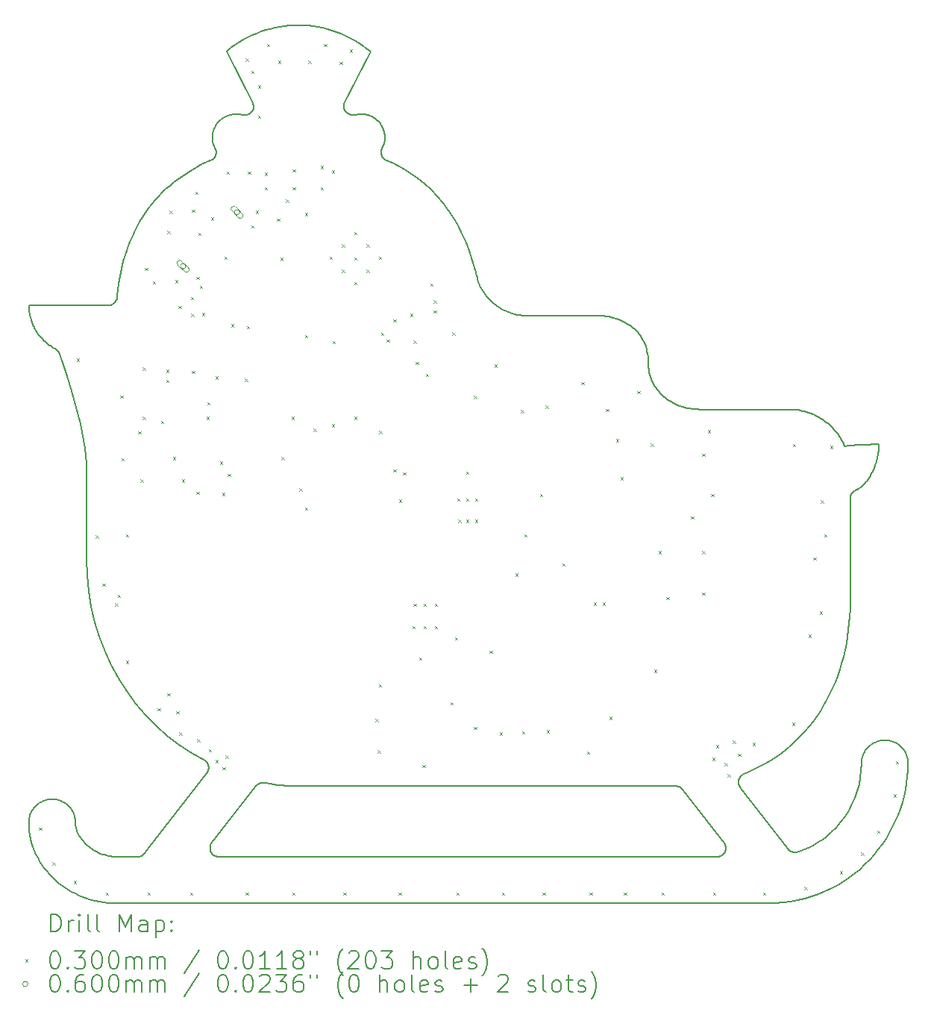
<source format=gbr>
%TF.GenerationSoftware,KiCad,Pcbnew,7.0.9*%
%TF.CreationDate,2023-12-10T17:03:03-06:00*%
%TF.ProjectId,Sleigh_Controller_Ornament_2023,536c6569-6768-45f4-936f-6e74726f6c6c,rev?*%
%TF.SameCoordinates,Original*%
%TF.FileFunction,Drillmap*%
%TF.FilePolarity,Positive*%
%FSLAX45Y45*%
G04 Gerber Fmt 4.5, Leading zero omitted, Abs format (unit mm)*
G04 Created by KiCad (PCBNEW 7.0.9) date 2023-12-10 17:03:03*
%MOMM*%
%LPD*%
G01*
G04 APERTURE LIST*
%ADD10C,0.199600*%
%ADD11C,0.200000*%
%ADD12C,0.100000*%
G04 APERTURE END LIST*
D10*
X10957205Y-13104798D02*
X11002388Y-13121044D01*
X19920029Y-8270340D02*
X19924501Y-8260597D01*
X19918140Y-11362752D02*
X19907400Y-11369637D01*
X18210855Y-12626740D02*
X18206942Y-12629522D01*
X17003017Y-6542418D02*
X16975514Y-6534303D01*
X19773617Y-8460259D02*
X19777044Y-8457799D01*
X19377967Y-13040190D02*
X19449766Y-13006046D01*
X12354298Y-11567104D02*
X12357629Y-11570819D01*
X12414167Y-12602567D02*
X12411572Y-12598518D01*
X13994625Y-4228590D02*
X13985369Y-4225658D01*
X13015685Y-11808689D02*
X13021367Y-11809150D01*
X14305779Y-4303279D02*
X14298007Y-4295558D01*
X10660748Y-6899244D02*
X10663567Y-6901484D01*
X12462886Y-4627922D02*
X12464086Y-4632716D01*
X12972526Y-11809853D02*
X12978118Y-11808832D01*
X19496285Y-7819813D02*
X19480054Y-7801149D01*
X14340963Y-4675420D02*
X14340041Y-4670673D01*
X18249165Y-12527919D02*
X18249797Y-12531605D01*
X10402236Y-12576528D02*
X10420549Y-12618329D01*
X17194725Y-6644488D02*
X17173847Y-6628189D01*
X17366961Y-6973020D02*
X17363174Y-6943574D01*
X10896481Y-12374872D02*
X10889364Y-12358047D01*
X12449331Y-4711993D02*
X12446498Y-4716001D01*
X10439359Y-6706982D02*
X10446543Y-6717206D01*
X13915183Y-4138580D02*
X13915048Y-4134963D01*
X18214625Y-12623777D02*
X18210855Y-12626740D01*
X18482343Y-11695815D02*
X18487346Y-11693880D01*
X12883144Y-4098149D02*
X12883148Y-4098155D01*
X12036137Y-4957607D02*
X11987990Y-4994524D01*
X20242365Y-11401955D02*
X20233165Y-11393192D01*
X15301444Y-5675900D02*
X15258336Y-5579130D01*
X14360039Y-4386167D02*
X14355543Y-4375878D01*
X10596935Y-6859518D02*
X10607587Y-6866401D01*
X12888731Y-4129061D02*
X12889174Y-4133252D01*
X18398638Y-11771588D02*
X18400106Y-11767050D01*
X19590347Y-7965658D02*
X19579127Y-7943319D01*
X12768413Y-4232678D02*
X12761501Y-4231623D01*
X10383530Y-6603488D02*
X10388715Y-6615749D01*
X20158207Y-11345231D02*
X20146191Y-11340490D01*
X17416579Y-7253972D02*
X17405986Y-7229049D01*
X17811193Y-7556569D02*
X17783461Y-7549906D01*
X10358166Y-6525191D02*
X10361661Y-6538797D01*
X19828704Y-7971768D02*
X19782857Y-7973650D01*
X10639775Y-6884642D02*
X10639793Y-6884662D01*
X19670988Y-8541737D02*
X19673962Y-8535602D01*
X14126543Y-3444413D02*
X14079579Y-3413004D01*
X15413447Y-6013042D02*
X15406947Y-5988956D01*
X19148692Y-13121163D02*
X19227373Y-13097892D01*
X19031990Y-12596923D02*
X19025432Y-12596466D01*
X12883148Y-4098155D02*
X12883152Y-4098164D01*
X17563488Y-7440859D02*
X17543043Y-7423665D01*
X10425421Y-6685625D02*
X10432295Y-6696427D01*
X17731300Y-11858132D02*
X17735884Y-11860672D01*
X14344966Y-4617311D02*
X14346828Y-4612574D01*
X18564869Y-11659853D02*
X18632504Y-11626615D01*
X12875002Y-4187797D02*
X12872409Y-4191292D01*
X17323159Y-6809835D02*
X17311190Y-6785839D01*
X19874223Y-8352056D02*
X19878329Y-8345749D01*
X14384591Y-4738434D02*
X14384561Y-4738436D01*
X19929224Y-11356378D02*
X19918140Y-11362752D01*
X12761501Y-4231623D02*
X12758078Y-4231032D01*
X20192427Y-11362753D02*
X20181342Y-11356379D01*
X19836328Y-8401483D02*
X19846603Y-8388558D01*
X14128470Y-4222715D02*
X14116956Y-4222397D01*
X10904611Y-12391631D02*
X10896481Y-12374872D01*
X20169930Y-11350532D02*
X20158207Y-11345231D01*
X10538426Y-12002142D02*
X10525880Y-12005716D01*
X12423388Y-4482209D02*
X12422913Y-4493482D01*
X18166345Y-12645417D02*
X18161351Y-12646052D01*
X18405806Y-11846311D02*
X18403619Y-11841868D01*
X20293851Y-11474326D02*
X20287996Y-11462922D01*
X19948305Y-8200644D02*
X19953419Y-8185362D01*
X12444932Y-4589797D02*
X12450566Y-4600405D01*
X19763883Y-11823932D02*
X19743355Y-11900639D01*
X18982086Y-12581444D02*
X18976532Y-12577643D01*
X14254785Y-4262122D02*
X14245349Y-4256533D01*
X12809042Y-4231168D02*
X12804614Y-4232207D01*
X10575659Y-6844641D02*
X10586289Y-6852255D01*
X19870043Y-8358281D02*
X19874223Y-8352056D01*
X12883129Y-4098128D02*
X12883131Y-4098132D01*
X15678288Y-6418053D02*
X15640877Y-6392331D01*
X19980670Y-12565698D02*
X20025796Y-12504610D01*
X19585972Y-10380225D02*
X19603770Y-10305617D01*
X20068877Y-11324766D02*
X20055278Y-11324421D01*
X10778380Y-7196796D02*
X10830295Y-7367628D01*
X12437209Y-12626740D02*
X12433440Y-12623777D01*
X10469059Y-6746417D02*
X10476855Y-6755664D01*
X19928832Y-8250773D02*
X19933019Y-8240872D01*
X11336814Y-6324725D02*
X11334689Y-6329413D01*
X12453238Y-4604797D02*
X12455661Y-4609279D01*
X19605677Y-12188362D02*
X19557842Y-12253457D01*
X14370948Y-4418431D02*
X14367753Y-4407453D01*
X12486830Y-4317448D02*
X12478820Y-4327510D01*
X19397300Y-10867081D02*
X19431024Y-10801739D01*
X11302902Y-6369390D02*
X11298835Y-6372500D01*
X12883193Y-4098251D02*
X12883194Y-4098254D01*
X17701902Y-11848277D02*
X17706972Y-11849271D01*
X18398478Y-11828152D02*
X18397233Y-11823479D01*
X19668427Y-8548099D02*
X19670988Y-8541737D01*
X19664608Y-8561424D02*
X19666295Y-8554668D01*
X19770158Y-8462634D02*
X19773617Y-8460259D01*
X11340391Y-6315087D02*
X11338717Y-6319946D01*
X12842486Y-4217331D02*
X12838569Y-4219572D01*
X10360774Y-12155587D02*
X10356033Y-12167603D01*
X11341257Y-13176003D02*
X18723759Y-13176003D01*
X11543468Y-5545716D02*
X11517535Y-5600363D01*
X14245349Y-4256533D02*
X14235676Y-4251332D01*
X12883118Y-4098103D02*
X12883123Y-4098114D01*
X18241263Y-12503966D02*
X18245327Y-12513672D01*
X10372321Y-12489934D02*
X10386136Y-12533712D01*
X12397639Y-12556975D02*
X12397253Y-12551907D01*
X10343015Y-12218263D02*
X10341331Y-12231493D01*
X12883190Y-4098238D02*
X12883191Y-4098241D01*
X10378602Y-6590999D02*
X10383530Y-6603488D01*
X18494192Y-11691470D02*
X18494729Y-11691378D01*
X19066368Y-12591386D02*
X19058666Y-12593634D01*
X10418748Y-6674579D02*
X10425421Y-6685625D01*
X10986123Y-8102536D02*
X10992706Y-8184791D01*
X19863498Y-8367591D02*
X19865787Y-8364422D01*
X14362038Y-4718580D02*
X14358986Y-4714743D01*
X19554399Y-7900074D02*
X19540927Y-7879204D01*
X13009857Y-11808164D02*
X13015685Y-11808689D01*
X19825716Y-8413880D02*
X19828435Y-8410879D01*
X12419912Y-12610250D02*
X12416950Y-12606480D01*
X12422913Y-4493482D02*
X12422983Y-4504572D01*
X19704984Y-8500644D02*
X19710678Y-8497027D01*
X17311190Y-6785839D02*
X17297982Y-6762779D01*
X18723759Y-13176003D02*
X18812759Y-13173714D01*
X10564234Y-11996848D02*
X10551217Y-11999181D01*
X12504186Y-4298640D02*
X12495292Y-4307821D01*
X14327142Y-4328340D02*
X14320358Y-4319679D01*
X13457948Y-3216389D02*
X13403695Y-3215037D01*
X19983258Y-8047212D02*
X19984677Y-8032201D01*
X18396361Y-11780831D02*
X18397389Y-11776185D01*
X10400023Y-6639994D02*
X10406039Y-6651762D01*
X13028125Y-3270380D02*
X12976019Y-3287553D01*
X18426578Y-11726785D02*
X18430378Y-11723459D01*
X19743355Y-11900639D02*
X19717175Y-11975847D01*
X14376202Y-4441891D02*
X14373687Y-4429619D01*
X19239890Y-7628685D02*
X19216624Y-7619141D01*
X10925427Y-7739709D02*
X10944900Y-7833618D01*
X12791183Y-4234337D02*
X12786682Y-4234709D01*
X19240329Y-11112244D02*
X19282856Y-11053503D01*
X12885601Y-4109431D02*
X12886956Y-4116819D01*
X18966130Y-12568826D02*
X18961327Y-12563817D01*
X12481719Y-12645417D02*
X12476805Y-12644539D01*
X11652708Y-12607976D02*
X11649010Y-12612467D01*
X12857096Y-4207017D02*
X12853617Y-4209792D01*
X20025796Y-12504610D02*
X20067938Y-12441614D01*
X15640877Y-6392331D02*
X15605652Y-6363841D01*
X11597658Y-12643706D02*
X11592351Y-12644853D01*
X11243445Y-12637054D02*
X11220151Y-12631874D01*
X12881706Y-4176662D02*
X12879658Y-4180479D01*
X11001077Y-9451605D02*
X11019106Y-9633498D01*
X17726607Y-11855846D02*
X17731300Y-11858132D01*
X15258336Y-5579130D02*
X15211070Y-5486251D01*
X14272900Y-4274426D02*
X14263972Y-4268089D01*
X18408146Y-11749656D02*
X18410692Y-11745540D01*
X12377781Y-11609292D02*
X12378912Y-11613963D01*
X12888836Y-4156103D02*
X12887849Y-4160402D01*
X12372840Y-11675646D02*
X12370744Y-11680152D01*
X11247092Y-6391715D02*
X11241947Y-6391866D01*
X19940634Y-11350532D02*
X19929224Y-11356378D01*
X12885202Y-4168725D02*
X12883556Y-4172743D01*
X19673962Y-8535602D02*
X19677333Y-8529713D01*
X12918343Y-11841570D02*
X12922446Y-11837168D01*
X17373099Y-7093497D02*
X17370807Y-7064342D01*
X14348934Y-4607892D02*
X14351284Y-4603273D01*
X13133892Y-3242981D02*
X13080776Y-3255522D01*
X12368784Y-11586947D02*
X12371026Y-11591252D01*
X19831104Y-8407803D02*
X19833732Y-8404666D01*
X12378912Y-11613963D02*
X12379818Y-11618680D01*
X11361126Y-6149249D02*
X11345197Y-6284735D01*
X12931261Y-11829260D02*
X12935945Y-11825758D01*
X15916162Y-6503094D02*
X15892681Y-6499699D01*
X11622979Y-12633689D02*
X11618119Y-12636258D01*
X14298007Y-4295558D02*
X14289929Y-4288170D01*
X11470800Y-5713532D02*
X11449999Y-5772033D01*
X20002005Y-11329802D02*
X19989211Y-11332758D01*
X13941102Y-4197852D02*
X13937893Y-4194438D01*
X12883139Y-4098141D02*
X12883142Y-4098144D01*
X18882729Y-11469741D02*
X18940140Y-11424839D01*
X18250652Y-12539110D02*
X18250868Y-12542922D01*
X14023225Y-4232945D02*
X14013627Y-4232260D01*
X14380866Y-4477187D02*
X14379797Y-4465668D01*
X12377713Y-11661745D02*
X12376323Y-11666434D01*
X16975514Y-6534303D02*
X16947345Y-6527245D01*
X19859445Y-11411144D02*
X19851120Y-11420744D01*
X19942851Y-8215832D02*
X19948305Y-8200644D01*
X17173847Y-6628189D02*
X17152016Y-6612886D01*
X10378296Y-12121367D02*
X10371922Y-12132452D01*
X17839441Y-7562068D02*
X17811193Y-7556569D01*
X10639869Y-6884729D02*
X10639932Y-6884781D01*
X20213551Y-11377017D02*
X20203169Y-11369638D01*
X12376426Y-11604677D02*
X12377781Y-11609292D01*
X11314239Y-6358967D02*
X11310611Y-6362615D01*
X12423049Y-12613871D02*
X12419912Y-12610250D01*
X18410692Y-11745540D02*
X18413451Y-11741534D01*
X10565050Y-6836708D02*
X10575659Y-6844641D01*
X12446498Y-4716001D02*
X12443457Y-4719877D01*
X14351284Y-4603273D02*
X14353881Y-4598727D01*
X19882363Y-8339366D02*
X19886327Y-8332911D01*
X15572770Y-6332741D02*
X15542386Y-6299185D01*
X20055278Y-11324421D02*
X20041679Y-11324766D01*
X18244885Y-12581084D02*
X18243098Y-12585616D01*
X14032789Y-4232827D02*
X14023225Y-4232945D01*
X15406947Y-5988956D02*
X15375637Y-5880873D01*
X11645108Y-12616687D02*
X11641014Y-12620637D01*
X18206942Y-12629522D02*
X18202893Y-12632118D01*
X19227373Y-13097892D02*
X19303817Y-13070853D01*
X12426353Y-12617337D02*
X12423049Y-12613871D01*
X12397123Y-12546772D02*
X12397196Y-12542922D01*
X18990470Y-7572496D02*
X18963800Y-7571998D01*
X10638299Y-12909665D02*
X10673369Y-12939886D01*
X15846678Y-6490152D02*
X15802081Y-6477058D01*
X12048414Y-11378303D02*
X12192028Y-11472633D01*
X14381523Y-4499516D02*
X14381443Y-4488467D01*
X12886636Y-4164610D02*
X12885202Y-4168725D01*
X13920878Y-4167016D02*
X13919335Y-4162635D01*
X14368750Y-4725836D02*
X14365293Y-4722281D01*
X17783461Y-7549906D02*
X17756285Y-7542097D01*
X13349661Y-11846399D02*
X13395956Y-11847077D01*
X10639760Y-6884602D02*
X10639762Y-6884608D01*
X12458559Y-4694836D02*
X12456572Y-4699276D01*
X12443457Y-4719877D02*
X12440211Y-4723612D01*
X11092078Y-12580876D02*
X11072918Y-12569487D01*
X20146191Y-11340490D02*
X20133899Y-11336327D01*
X18401792Y-11762580D02*
X18403695Y-11758185D01*
X11252189Y-6391268D02*
X11247092Y-6391715D01*
X12491781Y-12646437D02*
X12486713Y-12646052D01*
X10344058Y-6438315D02*
X10345530Y-6453364D01*
X19716640Y-8493812D02*
X19738867Y-8482827D01*
X14054976Y-4229253D02*
X14051836Y-4229795D01*
X18249797Y-12531605D02*
X18250294Y-12535336D01*
X17369259Y-7003349D02*
X17366961Y-6973020D01*
X18396222Y-11818770D02*
X18395442Y-11814033D01*
X10772746Y-12054315D02*
X10762745Y-12046449D01*
X18812759Y-13173714D02*
X18899809Y-13166943D01*
X10866100Y-12218259D02*
X10863769Y-12205236D01*
X19480054Y-7801149D02*
X19463177Y-7783080D01*
X10607587Y-6866401D02*
X10618240Y-6872870D01*
X19915416Y-8279994D02*
X19920029Y-8270340D01*
X14116956Y-4222397D02*
X14097822Y-4222197D01*
X12373047Y-11595648D02*
X12374848Y-11600126D01*
X19827967Y-12736087D02*
X19881699Y-12681580D01*
X11941550Y-5032864D02*
X11896818Y-5072618D01*
X12883179Y-4098216D02*
X12883184Y-4098225D01*
X19759633Y-8469401D02*
X19763162Y-8467190D01*
X19782832Y-7973651D02*
X19782810Y-7973651D01*
X15717730Y-6440853D02*
X15678288Y-6418053D01*
X12873754Y-3328850D02*
X12823753Y-3352973D01*
X18248913Y-12566884D02*
X18247799Y-12571712D01*
X19600781Y-7988452D02*
X19590347Y-7965658D01*
X18176087Y-12643424D02*
X18171259Y-12644539D01*
X12754693Y-4230367D02*
X12741426Y-4227378D01*
X18248399Y-12524279D02*
X18249165Y-12527919D01*
X10674100Y-6911288D02*
X10676499Y-6913999D01*
X19717175Y-11975847D02*
X19685438Y-12049145D01*
X10527428Y-6806770D02*
X10534140Y-6812473D01*
X12424395Y-4470726D02*
X12423388Y-4482209D01*
X19858766Y-8373706D02*
X19861154Y-8370680D01*
X17351277Y-6887356D02*
X17343238Y-6860600D01*
X10456656Y-12039074D02*
X10446283Y-12046463D01*
X14333574Y-4337295D02*
X14327142Y-4328340D01*
X11613145Y-12638545D02*
X11608067Y-12640550D01*
X17251285Y-6699288D02*
X17233480Y-6680045D01*
X14345333Y-4356053D02*
X14339641Y-4346536D01*
X19216624Y-7619141D02*
X19192938Y-7610422D01*
X12465884Y-4666727D02*
X12465219Y-4671541D01*
X19445671Y-7765625D02*
X19427555Y-7748800D01*
X12775338Y-4233713D02*
X12768413Y-4232678D01*
X14345046Y-4689309D02*
X14343467Y-4684747D01*
X18487346Y-11693880D02*
X18492299Y-11691878D01*
X19937062Y-8230903D02*
X19942851Y-8215832D01*
X13915111Y-4127987D02*
X13915295Y-4124658D01*
X10446543Y-6717206D02*
X10453894Y-6727187D01*
X18422985Y-11730264D02*
X18426578Y-11726785D01*
X12398273Y-12561969D02*
X12397639Y-12556975D01*
X11054450Y-12557395D02*
X11036700Y-12544646D01*
X10719132Y-12019930D02*
X10707411Y-12014621D01*
X19600889Y-7988443D02*
X19600781Y-7988452D01*
X10604482Y-11993790D02*
X10590883Y-11994136D01*
X10507532Y-6788452D02*
X10514120Y-6794767D01*
X20318632Y-11561919D02*
X20316945Y-11548691D01*
X19165491Y-12554882D02*
X19125031Y-12571429D01*
X11220151Y-12631874D02*
X11197371Y-12625668D01*
X10500990Y-6781918D02*
X10507532Y-6788452D01*
X12978118Y-11808832D02*
X12983758Y-11808131D01*
X18151147Y-12646567D02*
X12496916Y-12646567D01*
X19744058Y-8479591D02*
X19745743Y-8478401D01*
X15605652Y-6363841D02*
X15572770Y-6332741D01*
X12467241Y-12642080D02*
X12462604Y-12640511D01*
X12462604Y-12640511D02*
X12458073Y-12638724D01*
X12565475Y-4253600D02*
X12554418Y-4259850D01*
X17703752Y-7523126D02*
X17678473Y-7512005D01*
X20308077Y-11510336D02*
X20303908Y-11498050D01*
X14139875Y-4223523D02*
X14128470Y-4222715D01*
X19677333Y-8529713D02*
X19681085Y-8524089D01*
X10540886Y-6817989D02*
X10547664Y-6823325D01*
X19890222Y-8326388D02*
X19894050Y-8319802D01*
X19763162Y-8467190D02*
X19766672Y-8464940D01*
X12424820Y-4526303D02*
X12426614Y-4536997D01*
X12600301Y-4238085D02*
X12588436Y-4242705D01*
X19976660Y-11336327D02*
X19964369Y-11340489D01*
X12435678Y-4568706D02*
X12439974Y-4579239D01*
X13918755Y-4105750D02*
X13919473Y-4103858D01*
X10808645Y-12090225D02*
X10800320Y-12080615D01*
X10453894Y-6727187D02*
X10461402Y-6736924D01*
X11003453Y-12517361D02*
X10988017Y-12502921D01*
X20175888Y-12242611D02*
X20205521Y-12173415D01*
X10923820Y-12424753D02*
X10913731Y-12408275D01*
X19782768Y-7973651D02*
X19782745Y-7973650D01*
X15963982Y-6507027D02*
X15939935Y-6505543D01*
X19828978Y-11451845D02*
X19822597Y-11462922D01*
X19749108Y-8476005D02*
X19750808Y-8474850D01*
X12513491Y-4289917D02*
X12504186Y-4298640D01*
X19567139Y-7921451D02*
X19554399Y-7900074D01*
X12883208Y-4098278D02*
X12883216Y-4098290D01*
X12823753Y-3352973D02*
X12774612Y-3379413D01*
X13915295Y-4124658D02*
X13915571Y-4121456D01*
X12429013Y-4547612D02*
X12432029Y-4558173D01*
X14364113Y-4396695D02*
X14360039Y-4386167D01*
X11600465Y-5440344D02*
X11571112Y-5492373D01*
X11290919Y-13174827D02*
X11341257Y-13176003D01*
X18394972Y-11790240D02*
X18395555Y-11785519D01*
X14356140Y-4710777D02*
X14353500Y-4706690D01*
X19712302Y-12837519D02*
X19771483Y-12788114D01*
X10354986Y-6511365D02*
X10358166Y-6525191D01*
X18823247Y-11512430D02*
X18882729Y-11469741D01*
X18241099Y-12590036D02*
X18238895Y-12594339D01*
X10361645Y-6391869D02*
X10341738Y-6391869D01*
X19282856Y-11053503D02*
X19323202Y-10993022D01*
X19868214Y-11401954D02*
X19859445Y-11411144D01*
X10489870Y-12019943D02*
X10478466Y-12025797D01*
X12883196Y-4098257D02*
X12883199Y-4098262D01*
X12714928Y-4223490D02*
X12701738Y-4222567D01*
X17735884Y-11860672D02*
X17740349Y-11863464D01*
X10747969Y-12995602D02*
X10787358Y-13020989D01*
X19752534Y-8473757D02*
X19759633Y-8469401D01*
X11262207Y-6389522D02*
X11257230Y-6390534D01*
X19603770Y-10305617D02*
X19619240Y-10229922D01*
X19782657Y-7973650D02*
X19737209Y-7976178D01*
X14374291Y-4551521D02*
X14376772Y-4541531D01*
X19790949Y-11575341D02*
X19790604Y-11588940D01*
X19828435Y-8410879D02*
X19831104Y-8407803D01*
X19018919Y-12595582D02*
X19012476Y-12594272D01*
X11343020Y-6305162D02*
X11341828Y-6310156D01*
X11631527Y-5389639D02*
X11600465Y-5440344D01*
X12397771Y-12535336D02*
X12398267Y-12531605D01*
X11298835Y-6372500D02*
X11294637Y-6375412D01*
X11586993Y-12645711D02*
X11581596Y-12646279D01*
X13959460Y-4212806D02*
X13951690Y-4207260D01*
X17716941Y-11852042D02*
X17721817Y-11853815D01*
X19782691Y-7973649D02*
X19782657Y-7973650D01*
X19958188Y-8170007D02*
X19962605Y-8154601D01*
X11332350Y-6334003D02*
X11329804Y-6338485D01*
X10360860Y-12445249D02*
X10372321Y-12489934D01*
X14384561Y-4738436D02*
X14380314Y-4735546D01*
X12883203Y-4098269D02*
X12883208Y-4098278D01*
X10345281Y-12353372D02*
X10351823Y-12399710D01*
X18394571Y-11804512D02*
X18394479Y-11799745D01*
X10639704Y-6884561D02*
X10639733Y-6884580D01*
X11734971Y-5245570D02*
X11698781Y-5292242D01*
X19651537Y-9996916D02*
X19657554Y-9917471D01*
X18202893Y-12632118D02*
X18198714Y-12634521D01*
X12397253Y-12551907D02*
X12397123Y-12546772D01*
X13211758Y-11836885D02*
X13257564Y-11841222D01*
X19962605Y-8154601D02*
X19966667Y-8139168D01*
X12860446Y-4204114D02*
X12857096Y-4207017D01*
X12461884Y-4685709D02*
X12460330Y-4690310D01*
X12430457Y-4434753D02*
X12427944Y-4447024D01*
X19894050Y-8319802D02*
X19897813Y-8313158D01*
X11317705Y-6355158D02*
X11314239Y-6358967D01*
X10345530Y-6453364D02*
X10347369Y-6468194D01*
X12950927Y-11817082D02*
X12956182Y-11814806D01*
X12786682Y-4234709D02*
X12782182Y-4234907D01*
X10467389Y-12032180D02*
X10456656Y-12039074D01*
X10869965Y-13066550D02*
X10913041Y-13086615D01*
X20015025Y-11327473D02*
X20002005Y-11329802D01*
X19601169Y-7988426D02*
X19600989Y-7988436D01*
X18394479Y-11799745D02*
X18394612Y-11794985D01*
X10869736Y-12274686D02*
X10869156Y-12258515D01*
X12363032Y-11693160D02*
X12359983Y-11697297D01*
X13566110Y-3226033D02*
X13512113Y-3220054D01*
X12461446Y-4623173D02*
X12462886Y-4627922D01*
X10351823Y-12399710D02*
X10360860Y-12445249D01*
X12404012Y-12510249D02*
X12412980Y-12494260D01*
X12466530Y-4657021D02*
X12466321Y-4661884D01*
X12445171Y-12632118D02*
X12441122Y-12629522D01*
X12884301Y-4103122D02*
X12885601Y-4109431D01*
X11987990Y-4994524D02*
X11941550Y-5032864D01*
X19738867Y-8482827D02*
X19739754Y-8482341D01*
X11111905Y-12591517D02*
X11092078Y-12580876D01*
X12399666Y-12524279D02*
X12400563Y-12520690D01*
X14087798Y-4223177D02*
X14082798Y-4223869D01*
X20287996Y-11462922D02*
X20281614Y-11451845D01*
X10646020Y-6888827D02*
X10651998Y-6892876D01*
X12471977Y-12643424D02*
X12467241Y-12642080D01*
X18156283Y-12646437D02*
X18151147Y-12646567D01*
X20108552Y-11329802D02*
X20095531Y-11327473D01*
X10392561Y-12100244D02*
X10385181Y-12110625D01*
X11141608Y-10154142D02*
X11204158Y-10317743D01*
X14067889Y-4226542D02*
X14058059Y-4228647D01*
X11241947Y-6391866D02*
X10996745Y-6392241D01*
X11143339Y-13157624D02*
X11191889Y-13165584D01*
X17370033Y-7034553D02*
X17369259Y-7003349D01*
X13915825Y-4145998D02*
X13915440Y-4142264D01*
X19025432Y-12596466D02*
X19018919Y-12595582D01*
X12853617Y-4209792D02*
X12850018Y-4212439D01*
X18940140Y-11424839D02*
X18995464Y-11377781D01*
X17764004Y-11885448D02*
X18241263Y-12503966D01*
X19742357Y-8480742D02*
X19744058Y-8479591D01*
X13075280Y-11817862D02*
X13120618Y-11825124D01*
X19986520Y-7969221D02*
X19967592Y-7969221D01*
X12380946Y-11642648D02*
X12380485Y-11647456D01*
X12380485Y-11647456D02*
X12379793Y-11652247D01*
X19303817Y-13070853D02*
X19377967Y-13040190D01*
X10867787Y-12231490D02*
X10866100Y-12218259D01*
X15103616Y-5312404D02*
X15043203Y-5231555D01*
X13919473Y-4103858D02*
X14217056Y-3514161D01*
X19681085Y-8524089D02*
X19685200Y-8518751D01*
X10534140Y-6812473D02*
X10540886Y-6817989D01*
X17584835Y-7457092D02*
X17563488Y-7440859D01*
X12883136Y-4098138D02*
X12883139Y-4098141D01*
X12464330Y-4676315D02*
X12463217Y-4681040D01*
X19807413Y-8431547D02*
X19813628Y-8425876D01*
X19601482Y-7988401D02*
X19601406Y-7988409D01*
X10657759Y-11999173D02*
X10644738Y-11996842D01*
X10551217Y-11999181D02*
X10538426Y-12002142D01*
X10707411Y-12014621D02*
X10695397Y-12009875D01*
X12523187Y-4281664D02*
X12513491Y-4289917D01*
X12411572Y-12598518D02*
X12409169Y-12594339D01*
X12476805Y-12644539D02*
X12471977Y-12643424D01*
X11576174Y-12646554D02*
X11341258Y-12646604D01*
X13915026Y-4131427D02*
X13915111Y-4127987D01*
X14353500Y-4706690D02*
X14351070Y-4702492D01*
X17152016Y-6612886D02*
X17129268Y-6598587D01*
X14151158Y-4224812D02*
X14139875Y-4223523D01*
X12465219Y-4671541D02*
X12464330Y-4676315D01*
X17441473Y-7301466D02*
X17428421Y-7278117D01*
X12486713Y-12646052D02*
X12481719Y-12645417D01*
X18413806Y-11859130D02*
X18410899Y-11854950D01*
X19511852Y-7839056D02*
X19496285Y-7819813D01*
X13619862Y-3234325D02*
X13566110Y-3226033D01*
X12869649Y-4194674D02*
X12866730Y-4197940D01*
X10628885Y-6878896D02*
X10639516Y-6884446D01*
X14313233Y-4311322D02*
X14305779Y-4303279D01*
X18761707Y-11552845D02*
X18823247Y-11512430D01*
X12478820Y-4327510D02*
X12471282Y-4337993D01*
X19315705Y-12474133D02*
X19279920Y-12496401D01*
X19694461Y-8509010D02*
X19699572Y-8504645D01*
X14225778Y-4246529D02*
X14215667Y-4242132D01*
X19099802Y-11277437D02*
X19148789Y-11224270D01*
X19262720Y-7639037D02*
X19239890Y-7628685D01*
X12830471Y-4223630D02*
X12826306Y-4225441D01*
X17370807Y-7064342D02*
X17370033Y-7034553D01*
X14072840Y-4225569D02*
X14067889Y-4226542D01*
X19048689Y-11328627D02*
X19099802Y-11277437D01*
X13937893Y-4194438D02*
X13934861Y-4190892D01*
X13673290Y-3244930D02*
X13619862Y-3234325D01*
X12245796Y-4824373D02*
X12190821Y-4855497D01*
X14380172Y-4520947D02*
X14381101Y-4510341D01*
X19933019Y-8240872D02*
X19937062Y-8230903D01*
X11334689Y-6329413D02*
X11332350Y-6334003D01*
X19094357Y-7584151D02*
X19068839Y-7579823D01*
X14380314Y-4735546D02*
X14376262Y-4732477D01*
X17543043Y-7423665D02*
X17523539Y-7405531D01*
X12883164Y-4098190D02*
X12883173Y-4098204D01*
X15802081Y-6477058D02*
X15759046Y-6460573D01*
X10883281Y-12341206D02*
X10878255Y-12324400D01*
X13120618Y-11825124D02*
X13166109Y-11831492D01*
X18403619Y-11841868D02*
X18401669Y-11837355D01*
X17740349Y-11863464D02*
X17744683Y-11866508D01*
X12371026Y-11591252D02*
X12373047Y-11595648D01*
X19766672Y-8464940D02*
X19770158Y-8462634D01*
X11517535Y-5600363D02*
X11493313Y-5656305D01*
X12588217Y-3508350D02*
X12883113Y-4098090D01*
X12457704Y-4360176D02*
X12451704Y-4371852D01*
X10988017Y-12502921D02*
X10973417Y-12488017D01*
X18246454Y-12576447D02*
X18244885Y-12581084D01*
X10639660Y-6884533D02*
X10639704Y-6884561D01*
X19125031Y-12571429D02*
X19083432Y-12586417D01*
X11321002Y-6351196D02*
X11317705Y-6355158D01*
X11344643Y-6295020D02*
X11343961Y-6300114D01*
X18963800Y-7571998D02*
X17956833Y-7571998D01*
X17283572Y-6740662D02*
X17267994Y-6719496D01*
X10513594Y-12009885D02*
X10501585Y-12014633D01*
X10889364Y-12358047D02*
X10883281Y-12341206D01*
X11316160Y-12645984D02*
X11291475Y-12644155D01*
X20223555Y-11384874D02*
X20213551Y-11377017D01*
X20303473Y-11812411D02*
X20312618Y-11738207D01*
X18492299Y-11691878D02*
X18492606Y-11691804D01*
X13951690Y-4207260D02*
X13944477Y-4201129D01*
X17696790Y-11847545D02*
X17701902Y-11848277D01*
X12728165Y-4225089D02*
X12714928Y-4223490D01*
X18899809Y-13166943D02*
X18984853Y-13155832D01*
X14339342Y-4665880D02*
X14338867Y-4661050D01*
X20082300Y-11325789D02*
X20068877Y-11324766D01*
X11281331Y-6382876D02*
X11276683Y-6384910D01*
X19710678Y-8497027D02*
X19716640Y-8493812D01*
X18413451Y-11741534D02*
X18416419Y-11737647D01*
X18249791Y-12561969D02*
X18248913Y-12566884D01*
X18250941Y-12546772D02*
X18250811Y-12551907D01*
X19813628Y-8425876D02*
X19816705Y-8422985D01*
X12886956Y-4116819D02*
X12888201Y-4124892D01*
X14378240Y-4453905D02*
X14376202Y-4441891D01*
X14339243Y-4641532D02*
X14339915Y-4636645D01*
X12397196Y-12542922D02*
X12397413Y-12539110D01*
X14754352Y-4950050D02*
X14669778Y-4890445D01*
X11095525Y-13147512D02*
X11143339Y-13157624D01*
X19790604Y-11588940D02*
X19787603Y-11667670D01*
X10869156Y-12258515D02*
X10868811Y-12244915D01*
X10657873Y-6897069D02*
X10660748Y-6899244D01*
X19989211Y-11332758D02*
X19976660Y-11336327D01*
X10406039Y-6651762D02*
X10412284Y-6663291D01*
X15892681Y-6499699D02*
X15846678Y-6490152D01*
X20319657Y-11575341D02*
X20318632Y-11561919D01*
X17396680Y-7203370D02*
X17388700Y-7176954D01*
X12883113Y-4098090D02*
X12883118Y-4098103D01*
X16828709Y-6509738D02*
X16797739Y-6508081D01*
X13916370Y-4115493D02*
X13916879Y-4112761D01*
X13926911Y-4179491D02*
X13924675Y-4175447D01*
X13967712Y-4217740D02*
X13959460Y-4212806D01*
X14235676Y-4251332D02*
X14225778Y-4246529D01*
X19619240Y-10229922D02*
X19632366Y-10153201D01*
X10752366Y-12039060D02*
X10741626Y-12032166D01*
X12465769Y-4642398D02*
X12466256Y-4647269D01*
X14342106Y-4680114D02*
X14340963Y-4675420D01*
X11853794Y-5113775D02*
X11812478Y-5156326D01*
X15428772Y-6078151D02*
X15423907Y-6056356D01*
X18395555Y-11785519D02*
X18396361Y-11780831D01*
X12378870Y-11657013D02*
X12377713Y-11661745D01*
X12426614Y-4536997D02*
X12429013Y-4547612D01*
X18400106Y-11767050D02*
X18401792Y-11762580D01*
X13241205Y-3224844D02*
X13187394Y-3232755D01*
X10547664Y-6823325D02*
X10554471Y-6828488D01*
X12926757Y-11833064D02*
X12931261Y-11829260D01*
X19075181Y-12588837D02*
X19066368Y-12591386D01*
X19504833Y-12314993D02*
X19446743Y-12372559D01*
X12374699Y-11671071D02*
X12372840Y-11675646D01*
X12637184Y-4227676D02*
X12624695Y-4230558D01*
X19518736Y-10596938D02*
X19543441Y-10525945D01*
X14340822Y-4631770D02*
X14341965Y-4626918D01*
X10666322Y-6903799D02*
X10669002Y-6906198D01*
X13916879Y-4112761D02*
X13917451Y-4110217D01*
X10639516Y-6884446D02*
X10639660Y-6884533D01*
X19851463Y-8382597D02*
X19856346Y-8376688D01*
X19006124Y-12592540D02*
X18999886Y-12590388D01*
X11285878Y-6380609D02*
X11281331Y-6382876D01*
X14373687Y-4429619D02*
X14370948Y-4418431D01*
X14367744Y-4570934D02*
X14371284Y-4561320D01*
X12956182Y-11814806D02*
X12961543Y-11812841D01*
X15514657Y-6263331D02*
X15489738Y-6225334D01*
X14338596Y-4651315D02*
X14338804Y-4646425D01*
X10639751Y-6884593D02*
X10639760Y-6884602D01*
X17748875Y-11869802D02*
X17752914Y-11873344D01*
X20107039Y-12376854D02*
X20143042Y-12310472D01*
X10484782Y-6764664D02*
X10492830Y-6773416D01*
X10476855Y-6755664D02*
X10484782Y-6764664D01*
X12774612Y-3379413D02*
X12726409Y-3408171D01*
X18956821Y-12558411D02*
X18413806Y-11859130D01*
X19168851Y-7602546D02*
X19144380Y-7595530D01*
X10348302Y-12192447D02*
X10345345Y-12205242D01*
X19323202Y-10993022D02*
X19361355Y-10930862D01*
X19921018Y-7969516D02*
X19874740Y-7970378D01*
X17926902Y-7571366D02*
X17897335Y-7569486D01*
X14082798Y-4223869D02*
X14077811Y-4224672D01*
X10341304Y-12306289D02*
X10345281Y-12353372D01*
X12456572Y-4699276D02*
X12454370Y-4703622D01*
X10441005Y-12659059D02*
X10463534Y-12698666D01*
X10352107Y-6497196D02*
X10354986Y-6511365D01*
X19952355Y-11345230D02*
X19940634Y-11350532D01*
X19632366Y-10153201D02*
X19643136Y-10075513D01*
X12813433Y-4229969D02*
X12809042Y-4231168D01*
X14045454Y-4230767D02*
X14039058Y-4231724D01*
X18250426Y-12556975D02*
X18249791Y-12561969D01*
X11048517Y-13135300D02*
X11095525Y-13147512D01*
X15043203Y-5231555D02*
X14978182Y-5154835D01*
X15423907Y-6056356D02*
X15418802Y-6034654D01*
X18961327Y-12563817D02*
X18956821Y-12558411D01*
X18250811Y-12551907D02*
X18250426Y-12556975D01*
X10420549Y-12618329D02*
X10441005Y-12659059D01*
X19986520Y-7988148D02*
X19986520Y-7969221D01*
X14381101Y-4510341D02*
X14381523Y-4499516D01*
X18403695Y-11758185D02*
X18405813Y-11753874D01*
X19856346Y-8376688D02*
X19858766Y-8373706D01*
X20095531Y-11327473D02*
X20082300Y-11325789D01*
X17471054Y-7345688D02*
X17455697Y-7323996D01*
X13403693Y-3215002D02*
X13349433Y-3215968D01*
X14077811Y-4224672D02*
X14072840Y-4225569D01*
X19389558Y-7717115D02*
X19369713Y-7702289D01*
X10417498Y-12071429D02*
X10408736Y-12080629D01*
X13915440Y-4142264D02*
X13915183Y-4138580D01*
X10676499Y-6913999D02*
X10678785Y-6916832D01*
X20254917Y-12031589D02*
X20274565Y-11959246D01*
X17055876Y-6561790D02*
X17029816Y-6551583D01*
X13932014Y-4187217D02*
X13929361Y-4183415D01*
X16947345Y-6527245D02*
X16918544Y-6521252D01*
X10728132Y-7046065D02*
X10778380Y-7196796D01*
X12633132Y-3472639D02*
X12588217Y-3508350D01*
X19144380Y-7595530D02*
X19119543Y-7589393D01*
X13403695Y-3215037D02*
X13403693Y-3215002D01*
X12463217Y-4681040D02*
X12461884Y-4685709D01*
X14355543Y-4375878D02*
X14350638Y-4365837D01*
X19795991Y-11535673D02*
X19793660Y-11548691D01*
X10874307Y-12307678D02*
X10871460Y-12291090D01*
X14004070Y-4230799D02*
X13994625Y-4228590D01*
X12363642Y-11578647D02*
X12366322Y-11582743D01*
X12085991Y-4922124D02*
X12036137Y-4957607D01*
X18394892Y-11809278D02*
X18394571Y-11804512D01*
X11271941Y-6386701D02*
X11267114Y-6388242D01*
X10345345Y-12205242D02*
X10343015Y-12218263D01*
X12624695Y-4230558D02*
X12612394Y-4234032D01*
X19601406Y-7988409D02*
X19601330Y-7988415D01*
X10639762Y-6884608D02*
X10639762Y-6884613D01*
X12778775Y-4234278D02*
X12775338Y-4233713D01*
X10816508Y-12100230D02*
X10808645Y-12090225D01*
X12458073Y-12638724D02*
X12453652Y-12636725D01*
X13005406Y-11807933D02*
X13007909Y-11808029D01*
X10386136Y-12533712D02*
X10402236Y-12576528D01*
X10369559Y-6565345D02*
X10373942Y-6578284D01*
X12889713Y-4141505D02*
X12889768Y-4145467D01*
X14338867Y-4661050D02*
X14338618Y-4656193D01*
X10631507Y-11995157D02*
X10618083Y-11994134D01*
X14039058Y-4231724D02*
X14035898Y-4232247D01*
X19976661Y-8092919D02*
X19979245Y-8077594D01*
X18405813Y-11753874D02*
X18408146Y-11749656D01*
X10542854Y-12810198D02*
X10572971Y-12844767D01*
X14051836Y-4229795D02*
X14045454Y-4230767D01*
X12817779Y-4228613D02*
X12813433Y-4229969D01*
X13349433Y-3215968D02*
X13295244Y-3219249D01*
X18999886Y-12590388D02*
X18993786Y-12587820D01*
X19662384Y-9756272D02*
X19662384Y-8582621D01*
X17081162Y-6573032D02*
X17055876Y-6561790D01*
X12889174Y-4133252D02*
X12889508Y-4137417D01*
X19349327Y-7688165D02*
X19328417Y-7674760D01*
X10572971Y-12844767D02*
X10604810Y-12877940D01*
X11784614Y-11161266D02*
X11912500Y-11274354D01*
X12433110Y-4730625D02*
X12429259Y-4733883D01*
X12872409Y-4191292D02*
X12869649Y-4194674D01*
X14263972Y-4268089D02*
X14254785Y-4262122D01*
X13976373Y-4222033D02*
X13967712Y-4217740D01*
X19661174Y-9837236D02*
X19662384Y-9756272D01*
X12357629Y-11570819D02*
X12360744Y-11574670D01*
X19790926Y-8446469D02*
X19796049Y-8441851D01*
X11290316Y-6378118D02*
X11285878Y-6380609D01*
X10426688Y-12062657D02*
X10417498Y-12071429D01*
X10880453Y-7551090D02*
X10925427Y-7739709D01*
X17760490Y-11881169D02*
X17764004Y-11885448D01*
X19886327Y-8332911D02*
X19890222Y-8326388D01*
X11343961Y-6300114D02*
X11343020Y-6305162D01*
X19737209Y-7976178D02*
X19691878Y-7979514D01*
X19646643Y-7983605D02*
X19601482Y-7988401D01*
X12403180Y-12581084D02*
X12401611Y-12576447D01*
X14338804Y-4646425D02*
X14339243Y-4641532D01*
X19751667Y-8474294D02*
X19752534Y-8473757D01*
X19900754Y-8308365D02*
X19905777Y-8299013D01*
X10961792Y-7926015D02*
X10975676Y-8015966D01*
X19043006Y-7576426D02*
X19016878Y-7573978D01*
X19833732Y-8404666D02*
X19836328Y-8401483D01*
X11345057Y-6289891D02*
X11344643Y-6295020D01*
X19910665Y-8289554D02*
X19915416Y-8279994D01*
X12533253Y-4273894D02*
X12523187Y-4281664D01*
X12966996Y-11811189D02*
X12972526Y-11809853D01*
X14580035Y-4835267D02*
X14485010Y-4784577D01*
X15939935Y-6505543D02*
X15916162Y-6503094D01*
X10400418Y-12090239D02*
X10392561Y-12100244D01*
X19878329Y-8345749D02*
X19882363Y-8339366D01*
X12883152Y-4098164D02*
X12883157Y-4098175D01*
X20311651Y-11522883D02*
X20308077Y-11510336D01*
X14365293Y-4722281D02*
X14362038Y-4718580D01*
X20267331Y-11430740D02*
X20259464Y-11420745D01*
X10800320Y-12080615D02*
X10791551Y-12071415D01*
X10639824Y-6884690D02*
X10639869Y-6884729D01*
X11341828Y-6310156D02*
X11340391Y-6315087D01*
X13915932Y-4118396D02*
X13916370Y-4115493D01*
X19383669Y-12425743D02*
X19350292Y-12450563D01*
X18397389Y-11776185D02*
X18398638Y-11771588D01*
X12834562Y-4221673D02*
X12830471Y-4223630D01*
X12887849Y-4160402D02*
X12886636Y-4164610D01*
X11257230Y-6390534D02*
X11252189Y-6391268D01*
X20205521Y-12173415D02*
X20231883Y-12103027D01*
X12782182Y-4234907D02*
X12778775Y-4234278D01*
X20121347Y-11332759D02*
X20108552Y-11329802D01*
X10342962Y-6423049D02*
X10344058Y-6438315D01*
X12376323Y-11666434D02*
X12374699Y-11671071D01*
X10975676Y-8015966D02*
X10986123Y-8102536D01*
X10478466Y-12025797D02*
X10467389Y-12032180D01*
X19791973Y-11561919D02*
X19790949Y-11575341D01*
X12675576Y-4222702D02*
X12662645Y-4223736D01*
X11641014Y-12620637D02*
X11636742Y-12624313D01*
X12822072Y-4227103D02*
X12817779Y-4228613D01*
X11132373Y-12601362D02*
X11111905Y-12591517D01*
X10341331Y-12231493D02*
X10340308Y-12244916D01*
X19985698Y-8017338D02*
X19986314Y-8002646D01*
X19783106Y-8453133D02*
X19785740Y-8450961D01*
X13257564Y-11841222D02*
X13303532Y-11844420D01*
X13187394Y-3232755D02*
X13133892Y-3242981D01*
X12425209Y-4736965D02*
X12420963Y-4739859D01*
X16889147Y-6516331D02*
X16859191Y-6512491D01*
X14371284Y-4561320D02*
X14374291Y-4551521D01*
X17678473Y-7512005D02*
X17653903Y-7499820D01*
X17691647Y-11847077D02*
X17696790Y-11847545D01*
X17214615Y-6661776D02*
X17194725Y-6644488D01*
X17756789Y-11877134D02*
X17760490Y-11881169D01*
X12398267Y-12531605D02*
X12398900Y-12527919D01*
X12439974Y-4579239D02*
X12444932Y-4589797D01*
X10673369Y-12939886D02*
X10709949Y-12968550D01*
X12466321Y-4661884D02*
X12465884Y-4666727D01*
X16797739Y-6508081D02*
X16766316Y-6507527D01*
X18434383Y-11720295D02*
X18434383Y-11720243D01*
X14320358Y-4319679D02*
X14313233Y-4311322D01*
X17382084Y-7149824D02*
X17376871Y-7121997D01*
X19811437Y-11486041D02*
X19806692Y-11498050D01*
X17607046Y-7472343D02*
X17584835Y-7457092D01*
X11153457Y-12610366D02*
X11132373Y-12601362D01*
X11359873Y-10627141D02*
X11452384Y-10771977D01*
X19601330Y-7988415D02*
X19601169Y-7988426D01*
X11291475Y-12644155D02*
X11267228Y-12641163D01*
X12883184Y-4098225D02*
X12883188Y-4098232D01*
X11345197Y-6284735D02*
X11345057Y-6289891D01*
X10741626Y-12032166D02*
X10730543Y-12025784D01*
X12368412Y-11684579D02*
X12365841Y-11688918D01*
X12401588Y-12517154D02*
X12402738Y-12513672D01*
X10787358Y-13020989D02*
X10828047Y-13044656D01*
X12883131Y-4098132D02*
X12883133Y-4098134D01*
X18493574Y-11691591D02*
X18494192Y-11691470D01*
X12576821Y-4247881D02*
X12565475Y-4253600D01*
X11276683Y-6384910D02*
X11271941Y-6386701D01*
X12804614Y-4232207D02*
X12800157Y-4233084D01*
X12380952Y-11628218D02*
X12381179Y-11633020D01*
X13982630Y-3357118D02*
X13932803Y-3332641D01*
X12612394Y-4234032D02*
X12600301Y-4238085D01*
X20251137Y-11411144D02*
X20242365Y-11401955D01*
X15418802Y-6034654D02*
X15413447Y-6013042D01*
X10791551Y-12071415D02*
X10782354Y-12062643D01*
X14363667Y-4580368D02*
X14367744Y-4570934D01*
X11413529Y-5892819D02*
X11383904Y-6018584D01*
X12989432Y-11807750D02*
X12995124Y-11807691D01*
X12471282Y-4337993D02*
X12464236Y-4348886D01*
X12190821Y-4855497D02*
X12137553Y-4888084D01*
X10501585Y-12014633D02*
X10489870Y-12019943D01*
X18430378Y-11723459D02*
X18434383Y-11720295D01*
X18161351Y-12646052D02*
X18156283Y-12646437D01*
X12192028Y-11472633D02*
X12343016Y-11556864D01*
X11812478Y-5156326D02*
X11772870Y-5200261D01*
X14289929Y-4288170D02*
X14281556Y-4281122D01*
X19068839Y-7579823D02*
X19043006Y-7576426D01*
X19887019Y-11384874D02*
X19877412Y-11393192D01*
X14381443Y-4488467D02*
X14380866Y-4477187D01*
X15988283Y-6507527D02*
X15963982Y-6507027D01*
X14079579Y-3413004D02*
X14031582Y-3383906D01*
X19662384Y-8582621D02*
X19662637Y-8575420D01*
X10639793Y-6884662D02*
X10639824Y-6884690D01*
X19986314Y-8002646D02*
X19986520Y-7988148D01*
X14281556Y-4281122D02*
X14272900Y-4274426D01*
X20290769Y-11886139D02*
X20303473Y-11812411D01*
X19778664Y-11746138D02*
X19763883Y-11823932D01*
X19600989Y-7988436D02*
X19600889Y-7988443D01*
X17129268Y-6598587D02*
X17105638Y-6585300D01*
X18243098Y-12585616D02*
X18241099Y-12590036D01*
X12883199Y-4098262D02*
X12883203Y-4098269D01*
X15542386Y-6299185D02*
X15514657Y-6263331D01*
X12883173Y-4098204D02*
X12883179Y-4098216D01*
X12741426Y-4227378D02*
X12728165Y-4225089D01*
X18247799Y-12571712D02*
X18246454Y-12576447D01*
X12343016Y-11556864D02*
X12346990Y-11560118D01*
X12460330Y-4690310D02*
X12458559Y-4694836D01*
X10730543Y-12025784D02*
X10719132Y-12019930D01*
X10695397Y-12009875D02*
X10683106Y-12005706D01*
X19691878Y-7979514D02*
X19646643Y-7983605D01*
X10682977Y-6922906D02*
X10728132Y-7046065D01*
X11571112Y-5492373D02*
X11543468Y-5545716D01*
X12983758Y-11808131D02*
X12989432Y-11807750D01*
X12922446Y-11837168D02*
X12926757Y-11833064D01*
X12416950Y-12606480D02*
X12414167Y-12602567D01*
X10339963Y-12258515D02*
X10341304Y-12306289D01*
X10853070Y-12167594D02*
X10848324Y-12155577D01*
X11204158Y-10317743D02*
X11277022Y-10475569D01*
X19586081Y-12927886D02*
X19650482Y-12884157D01*
X11383904Y-6018584D02*
X11361126Y-6149249D01*
X12440211Y-4723612D02*
X12436761Y-4727198D01*
X12374848Y-11600126D02*
X12376426Y-11604677D01*
X10408736Y-12080629D02*
X10400418Y-12090239D01*
X18971206Y-12573436D02*
X18966130Y-12568826D01*
X19966667Y-8139168D02*
X19970367Y-8123728D01*
X19643136Y-10075513D02*
X19651537Y-9996916D01*
X15159535Y-5397322D02*
X15103616Y-5312404D01*
X18993786Y-12587820D02*
X18987844Y-12584837D01*
X11608067Y-12640550D02*
X11602901Y-12642271D01*
X12883191Y-4098241D02*
X12883192Y-4098244D01*
X19462514Y-10734895D02*
X19491756Y-10666608D01*
X11048756Y-9811539D02*
X11089699Y-9985247D01*
X17333853Y-6834758D02*
X17323159Y-6809835D01*
X11493313Y-5656305D02*
X11470800Y-5713532D01*
X13915048Y-4134963D02*
X13915026Y-4131427D01*
X18494729Y-11691378D02*
X18495230Y-11690578D01*
X18180823Y-12642080D02*
X18176087Y-12643424D01*
X19519157Y-12968564D02*
X19586081Y-12927886D01*
X13030095Y-11809789D02*
X13075280Y-11817862D01*
X19924501Y-8260597D02*
X19928832Y-8250773D01*
X12995129Y-11807668D02*
X12995129Y-11807719D01*
X11306830Y-6366092D02*
X11302902Y-6369390D01*
X19861154Y-8370680D02*
X19863498Y-8367591D01*
X19526739Y-7858858D02*
X19511852Y-7839056D01*
X18397233Y-11823479D02*
X18396222Y-11818770D01*
X18231115Y-12606480D02*
X18228152Y-12610250D01*
X20041679Y-11324766D02*
X20028255Y-11325788D01*
X14376772Y-4541531D02*
X14378730Y-4531341D01*
X19897021Y-11377016D02*
X19887019Y-11384874D01*
X18189991Y-12638724D02*
X18185460Y-12640511D01*
X12888201Y-4124892D02*
X12888731Y-4129061D01*
X12889508Y-4137417D02*
X12889713Y-4141505D01*
X14353881Y-4598727D02*
X14359047Y-4589630D01*
X18632504Y-11626615D02*
X18698121Y-11590926D01*
X11267114Y-6388242D02*
X11262207Y-6389522D01*
X12381177Y-11637834D02*
X12380946Y-11642648D01*
X18198714Y-12634521D02*
X18194412Y-12636725D01*
X12883192Y-4098244D02*
X12883192Y-4098247D01*
X11772870Y-5200261D02*
X11734971Y-5245570D01*
X10640016Y-6884846D02*
X10646020Y-6888827D01*
X12924536Y-3307043D02*
X12873754Y-3328850D01*
X10871460Y-12291090D02*
X10869736Y-12274686D01*
X19699572Y-8504645D02*
X19704984Y-8500644D01*
X19431024Y-10801739D02*
X19462514Y-10734895D01*
X13932803Y-3332641D02*
X13882180Y-3310475D01*
X11324122Y-6347091D02*
X11321002Y-6351196D01*
X17711988Y-11850527D02*
X17716941Y-11852042D01*
X10823894Y-12110612D02*
X10816508Y-12100230D01*
X19816745Y-11474326D02*
X19811437Y-11486041D01*
X19491756Y-10666608D02*
X19518736Y-10596938D01*
X12420959Y-4739881D02*
X12360866Y-4766555D01*
X19148789Y-11224270D02*
X19195635Y-11169186D01*
X12420963Y-4739859D02*
X12420959Y-4739881D01*
X19782857Y-7973650D02*
X19782832Y-7973651D01*
X12883556Y-4172743D02*
X12881706Y-4176662D01*
X17630081Y-7486593D02*
X17607046Y-7472343D01*
X10857237Y-12179887D02*
X10853070Y-12167594D01*
X14173315Y-4228798D02*
X14162309Y-4226574D01*
X18416419Y-11737647D02*
X18419598Y-11733888D01*
X19796049Y-8441851D02*
X19801167Y-8437191D01*
X18171259Y-12644539D02*
X18166345Y-12645417D01*
X14013627Y-4232260D02*
X14004070Y-4230799D01*
X12800157Y-4233084D02*
X12795677Y-4233795D01*
X12399151Y-12566884D02*
X12398273Y-12561969D01*
X13918042Y-4158148D02*
X13917008Y-4153559D01*
X10341738Y-6391869D02*
X10342962Y-6423049D01*
X10768402Y-6391866D02*
X10361644Y-6391866D01*
X12441386Y-4396312D02*
X12437108Y-4409072D01*
X15467786Y-6185350D02*
X15448957Y-6143535D01*
X10709949Y-12968550D02*
X10747969Y-12995602D01*
X19819750Y-8420034D02*
X19822756Y-8417005D01*
X12436761Y-4727198D02*
X12433110Y-4730625D01*
X12453652Y-12636725D02*
X12449350Y-12634521D01*
X12404966Y-12585616D02*
X12403180Y-12581084D01*
X10351870Y-12179895D02*
X10348302Y-12192447D01*
X12850018Y-4212439D02*
X12846305Y-4214952D01*
X19279920Y-12496401D02*
X19242948Y-12517316D01*
X14346841Y-4693793D02*
X14345046Y-4689309D01*
X10680947Y-6919798D02*
X10682977Y-6922906D01*
X14669778Y-4890445D02*
X14580035Y-4835267D01*
X14348849Y-4698190D02*
X14346841Y-4693793D01*
X10577462Y-11995161D02*
X10564234Y-11996848D01*
X20028255Y-11325788D02*
X20015025Y-11327473D01*
X10463534Y-12698666D02*
X10488065Y-12737094D01*
X12350751Y-11563534D02*
X12354298Y-11567104D01*
X12679223Y-3439246D02*
X12633132Y-3472639D01*
X19369713Y-7702289D02*
X19349327Y-7688165D01*
X11191889Y-13165584D02*
X11241106Y-13171336D01*
X17376871Y-7121997D02*
X17373099Y-7093497D01*
X14339641Y-4346536D02*
X14333574Y-4337295D01*
X13944477Y-4201129D02*
X13941102Y-4197852D01*
X14343345Y-4622095D02*
X14344966Y-4617311D01*
X19932619Y-12624736D02*
X19980670Y-12565698D01*
X12360866Y-4766555D02*
X12302478Y-4794723D01*
X10663567Y-6901484D02*
X10666322Y-6903799D01*
X20143042Y-12310472D02*
X20175888Y-12242611D01*
X11581596Y-12646279D02*
X11576174Y-12646554D01*
X19662637Y-8575420D02*
X19663384Y-8568348D01*
X17523539Y-7405531D02*
X17505014Y-7386476D01*
X19119543Y-7589393D02*
X19094357Y-7584151D01*
X12883142Y-4098144D02*
X12883144Y-4098149D01*
X19777044Y-8457799D02*
X19780435Y-8455242D01*
X12455661Y-4609279D02*
X12457835Y-4613842D01*
X17653903Y-7499820D02*
X17630081Y-7486593D01*
X14372407Y-4729237D02*
X14368750Y-4725836D01*
X10973417Y-12488017D02*
X10959676Y-12472698D01*
X20181342Y-11356379D02*
X20169930Y-11350532D01*
X12940794Y-11822560D02*
X12945793Y-11819667D01*
X19900754Y-8308417D02*
X19900754Y-8308365D01*
X11019692Y-12531286D02*
X11003453Y-12517361D01*
X12397413Y-12539110D02*
X12397771Y-12535336D01*
X12496916Y-12646567D02*
X12491781Y-12646437D01*
X19788345Y-8448736D02*
X19790926Y-8446469D01*
X11072918Y-12569487D02*
X11054450Y-12557395D01*
X12379793Y-11652247D02*
X12378870Y-11657013D01*
X12412980Y-12494260D02*
X12914464Y-11846268D01*
X12726409Y-3408171D02*
X12679223Y-3439246D01*
X10639733Y-6884580D02*
X10639751Y-6884593D01*
X14031582Y-3383906D02*
X13982630Y-3357118D01*
X19740631Y-8481829D02*
X19741498Y-8481295D01*
X19204801Y-12536827D02*
X19165491Y-12554882D01*
X18408232Y-11850674D02*
X18405806Y-11846311D01*
X19979245Y-8077594D02*
X19981446Y-8062351D01*
X12346990Y-11560118D02*
X12350751Y-11563534D01*
X10432295Y-6696427D02*
X10439359Y-6706982D01*
X19782810Y-7973651D02*
X19782789Y-7973651D01*
X17233480Y-6680045D02*
X17214615Y-6661776D01*
X19782720Y-7973649D02*
X19782691Y-7973649D01*
X18399956Y-11832780D02*
X18398478Y-11828152D01*
X17105638Y-6585300D02*
X17081162Y-6573032D01*
X12380498Y-11623435D02*
X12380952Y-11628218D01*
X19750808Y-8474850D02*
X19751667Y-8474294D01*
X15340507Y-5776500D02*
X15301444Y-5675900D01*
X12838569Y-4219572D02*
X12834562Y-4221673D01*
X19849024Y-8385562D02*
X19851463Y-8382597D01*
X18225015Y-12613871D02*
X18221711Y-12617337D01*
X12464236Y-4348886D02*
X12457704Y-4360176D01*
X17744683Y-11866508D02*
X17748875Y-11869802D01*
X17956833Y-7571998D02*
X17926902Y-7571366D01*
X19361355Y-10930862D02*
X19397300Y-10867081D01*
X20320003Y-11588940D02*
X20319657Y-11575341D01*
X13303532Y-11844420D02*
X13349661Y-11846399D01*
X11449999Y-5772033D02*
X11413529Y-5892819D01*
X19973700Y-8108304D02*
X19976661Y-8092919D01*
X19741498Y-8481295D02*
X19742357Y-8480742D01*
X12441122Y-12629522D02*
X12437209Y-12626740D01*
X19663384Y-8568348D02*
X19664608Y-8561424D01*
X19685438Y-12049145D02*
X19648240Y-12120121D01*
X19851120Y-11420744D02*
X19843256Y-11430739D01*
X14908442Y-5082305D02*
X14833869Y-5014023D01*
X10994995Y-9266341D02*
X11001077Y-9451605D01*
X19083432Y-12586417D02*
X19075181Y-12588837D01*
X12400563Y-12520690D02*
X12401588Y-12517154D01*
X10843017Y-12143854D02*
X10837165Y-12132441D01*
X11664299Y-5340269D02*
X11631527Y-5389639D01*
X19798952Y-11522883D02*
X19795991Y-11535673D01*
X10863769Y-12205236D02*
X10860809Y-12192440D01*
X12360744Y-11574670D02*
X12363642Y-11578647D01*
X13916345Y-4149768D02*
X13915825Y-4145998D01*
X18492926Y-11691730D02*
X18493574Y-11691591D01*
X14833869Y-5014023D02*
X14754352Y-4950050D01*
X19427555Y-7748800D02*
X19408844Y-7732624D01*
X12450566Y-4600405D02*
X12453238Y-4604797D01*
X13915571Y-4121456D02*
X13915932Y-4118396D01*
X19408844Y-7732624D02*
X19389558Y-7717115D01*
X11241106Y-13171336D02*
X11290919Y-13174827D01*
X10373942Y-6578284D02*
X10378602Y-6590999D01*
X12433444Y-4422168D02*
X12430457Y-4434753D01*
X19058666Y-12593634D02*
X19051715Y-12595698D01*
X18462092Y-11703252D02*
X18472237Y-11699558D01*
X10944900Y-7833618D02*
X10961792Y-7926015D01*
X19666295Y-8554668D02*
X19668427Y-8548099D01*
X14341965Y-4626918D02*
X14343345Y-4622095D01*
X10436289Y-12054329D02*
X10426688Y-12062657D01*
X18247502Y-12520690D02*
X18248399Y-12524279D01*
X11267228Y-12641163D02*
X11243445Y-12637054D01*
X14358986Y-4714743D02*
X14356140Y-4710777D01*
X18233897Y-12602567D02*
X18231115Y-12606480D01*
X11089699Y-9985247D02*
X11141608Y-10154142D01*
X10994995Y-8261799D02*
X10994995Y-9266341D01*
X10446283Y-12046463D02*
X10436289Y-12054329D01*
X11636742Y-12624313D02*
X11632303Y-12627715D01*
X11665081Y-11039520D02*
X11784614Y-11161266D01*
X19012476Y-12594272D02*
X19006124Y-12592540D01*
X11896818Y-5072618D02*
X11853794Y-5113775D01*
X10347369Y-6468194D02*
X10349565Y-6482806D01*
X19051715Y-12595698D02*
X19045154Y-12596542D01*
X19780435Y-8455242D02*
X19783106Y-8453133D01*
X12398900Y-12527919D02*
X12399666Y-12524279D01*
X17752914Y-11873344D02*
X17756789Y-11877134D01*
X14058059Y-4228647D02*
X14054976Y-4229253D01*
X18698121Y-11590926D02*
X18761707Y-11552845D01*
X10604810Y-12877940D02*
X10638299Y-12909665D01*
X13882180Y-3310475D02*
X13830838Y-3290621D01*
X11338717Y-6319946D02*
X11336814Y-6324725D01*
X12402738Y-12513672D02*
X12404012Y-12510249D01*
X15489738Y-6225334D02*
X15467786Y-6185350D01*
X10371922Y-12132452D02*
X10366076Y-12143865D01*
X12406965Y-12590036D02*
X12404966Y-12585616D01*
X12459763Y-4618476D02*
X12461446Y-4623173D01*
X11912500Y-11274354D02*
X12048414Y-11378303D01*
X19350292Y-12450563D02*
X19315705Y-12474133D01*
X13007909Y-11808029D02*
X13009857Y-11808164D01*
X19657554Y-9917471D02*
X19661174Y-9837236D01*
X18452020Y-11707041D02*
X18462092Y-11703252D01*
X17455697Y-7323996D02*
X17441473Y-7301466D01*
X18218246Y-12620641D02*
X18214625Y-12623777D01*
X20299160Y-11486041D02*
X20293851Y-11474326D01*
X19984677Y-8032201D02*
X19985698Y-8017338D01*
X12543670Y-4266618D02*
X12533253Y-4273894D01*
X13985369Y-4225658D02*
X13976373Y-4222033D01*
X11649010Y-12612467D02*
X11645108Y-12616687D01*
X10992706Y-8184791D02*
X10994995Y-8261799D01*
X10830785Y-12121355D02*
X10823894Y-12110612D01*
X10671598Y-6908691D02*
X10674100Y-6911288D01*
X12370744Y-11680152D02*
X12368412Y-11684579D01*
X13295244Y-3219249D02*
X13241205Y-3224844D01*
X10959676Y-12472698D02*
X10946814Y-12457015D01*
X20303908Y-11498050D02*
X20299160Y-11486041D01*
X13080776Y-3255522D02*
X13028125Y-3270380D01*
X12866730Y-4197940D02*
X12863660Y-4201088D01*
X17428421Y-7278117D02*
X17416579Y-7253972D01*
X18401669Y-11837355D02*
X18399956Y-11832780D01*
X14351070Y-4702492D02*
X14348849Y-4698190D01*
X10514529Y-12774289D02*
X10542854Y-12810198D01*
X10520753Y-6800870D02*
X10527428Y-6806770D01*
X19685200Y-8518751D02*
X19689665Y-8513718D01*
X12883157Y-4098175D02*
X12883164Y-4098190D01*
X12423614Y-4515503D02*
X12424820Y-4526303D01*
X10639932Y-6884781D02*
X10640016Y-6884846D01*
X18984853Y-13155832D02*
X19067833Y-13140524D01*
X11294637Y-6375412D02*
X11290316Y-6378118D01*
X19739754Y-8482341D02*
X19740631Y-8481829D01*
X12961543Y-11812841D02*
X12966996Y-11811189D01*
X10412284Y-6663291D02*
X10418748Y-6674579D01*
X14485010Y-4784577D02*
X14384591Y-4738434D01*
X10669002Y-6906198D02*
X10671598Y-6908691D01*
X18228152Y-12610250D02*
X18225015Y-12613871D01*
X11327059Y-6342851D02*
X11324122Y-6347091D01*
X12457835Y-4613842D02*
X12459763Y-4618476D01*
X12883133Y-4098134D02*
X12883135Y-4098136D01*
X12359983Y-11697297D02*
X11708923Y-12535671D01*
X11602901Y-12642271D02*
X11597658Y-12643706D01*
X12449350Y-12634521D02*
X12445171Y-12632118D01*
X12432029Y-4558173D02*
X12435678Y-4568706D01*
X18238895Y-12594339D02*
X18236492Y-12598518D01*
X14339915Y-4636645D02*
X14340822Y-4631770D01*
X17706972Y-11849271D02*
X17711988Y-11850527D01*
X19953419Y-8185362D02*
X19958188Y-8170007D01*
X12889768Y-4145467D02*
X12889654Y-4149254D01*
X18250294Y-12535336D02*
X18250652Y-12539110D01*
X19881699Y-12681580D02*
X19932619Y-12624736D01*
X10461402Y-6736924D02*
X10469059Y-6746417D01*
X12883188Y-4098232D02*
X12883190Y-4098238D01*
X12409169Y-12594339D02*
X12406965Y-12590036D01*
X11277022Y-10475569D02*
X11359873Y-10627141D01*
X11452384Y-10771977D02*
X11554229Y-10909597D01*
X17897335Y-7569486D02*
X17868168Y-7566380D01*
X12379818Y-11618680D02*
X12380498Y-11623435D01*
X12935945Y-11825758D02*
X12940794Y-11822560D01*
X12495292Y-4307821D02*
X12486830Y-4317448D01*
X12701738Y-4222567D02*
X12688614Y-4222309D01*
X14194849Y-4234596D02*
X14184166Y-4231475D01*
X11175131Y-12618484D02*
X11153457Y-12610366D01*
X10996745Y-6392241D02*
X10768402Y-6391866D01*
X18236492Y-12598518D02*
X18233897Y-12602567D01*
X19307001Y-7662091D02*
X19285096Y-7650178D01*
X12429819Y-12620641D02*
X12426353Y-12617337D01*
X10385181Y-12110625D02*
X10378296Y-12121367D01*
X14162309Y-4226574D02*
X14151158Y-4224812D01*
X18185460Y-12640511D02*
X18180823Y-12642080D01*
X19648240Y-12120121D02*
X19605677Y-12188362D01*
X12883123Y-4098114D02*
X12883126Y-4098122D01*
X20281614Y-11451845D02*
X20274720Y-11441112D01*
X14346828Y-4612574D02*
X14348934Y-4607892D01*
X10356033Y-12167603D02*
X10351870Y-12179895D01*
X17756285Y-7542097D02*
X17729702Y-7533163D01*
X17297982Y-6762779D02*
X17283572Y-6740662D01*
X10830295Y-7367628D02*
X10880453Y-7551090D01*
X19650482Y-12884157D02*
X19712302Y-12837519D01*
X13924675Y-4175447D02*
X13922661Y-4171288D01*
X19897813Y-8313158D02*
X19900754Y-8308417D01*
X10488065Y-12737094D02*
X10514529Y-12774289D01*
X10554471Y-6828488D02*
X10565050Y-6836708D01*
X20133899Y-11336327D02*
X20121347Y-11332759D01*
X18495230Y-11690578D02*
X18564869Y-11659853D01*
X14092807Y-4222614D02*
X14087798Y-4223177D01*
X19045154Y-12596542D02*
X19038572Y-12596949D01*
X13919335Y-4162635D02*
X13918042Y-4158148D01*
X12826306Y-4225441D02*
X12822072Y-4227103D01*
X10618083Y-11994134D02*
X10604482Y-11993790D01*
X10837165Y-12132441D02*
X10830785Y-12121355D01*
X13021367Y-11809150D02*
X13030095Y-11809789D01*
X14205353Y-4238151D02*
X14194849Y-4234596D01*
X12422983Y-4504572D02*
X12423614Y-4515503D01*
X18987844Y-12584837D02*
X18982086Y-12581444D01*
X13934861Y-4190892D02*
X13932014Y-4187217D01*
X19557842Y-12253457D02*
X19504833Y-12314993D01*
X12429259Y-4733883D02*
X12425209Y-4736965D01*
X19801167Y-8437191D02*
X19807413Y-8431547D01*
X19446743Y-12372559D02*
X19383669Y-12425743D01*
X19981446Y-8062351D02*
X19983258Y-8047212D01*
X17405986Y-7229049D02*
X17396680Y-7203370D01*
X20259464Y-11420745D02*
X20251137Y-11411144D01*
X12365841Y-11688918D02*
X12363032Y-11693160D01*
X14978182Y-5154835D02*
X14908442Y-5082305D01*
X11036700Y-12544646D02*
X11019692Y-12531286D01*
X13512113Y-3220054D02*
X13457948Y-3216389D01*
X10388715Y-6615749D02*
X10394245Y-6627989D01*
X18194412Y-12636725D02*
X18189991Y-12638724D01*
X12401611Y-12576447D02*
X12400266Y-12571712D01*
X18419598Y-11733888D02*
X18422985Y-11730264D01*
X10782354Y-12062643D02*
X10772746Y-12054315D01*
X10639763Y-6884619D02*
X10639766Y-6884628D01*
X10492830Y-6773416D02*
X10500990Y-6781918D01*
X10762745Y-12046449D02*
X10752366Y-12039060D01*
X10878255Y-12324400D02*
X10874307Y-12307678D01*
X13830838Y-3290621D02*
X13778856Y-3273078D01*
X15433407Y-6100046D02*
X15428772Y-6078151D01*
X12554418Y-4259850D02*
X12543670Y-4266618D01*
X19067833Y-13140524D02*
X19148692Y-13121163D01*
X20067938Y-12441614D02*
X20107039Y-12376854D01*
X12454370Y-4703622D02*
X12451956Y-4707864D01*
X12400266Y-12571712D02*
X12399151Y-12566884D01*
X14378730Y-4531341D02*
X14380172Y-4520947D01*
X11019106Y-9633498D02*
X11048756Y-9811539D01*
X11632303Y-12627715D02*
X11627712Y-12630841D01*
X14035898Y-4232247D02*
X14032789Y-4232827D01*
X19328417Y-7674760D02*
X19307001Y-7662091D01*
X19543441Y-10525945D02*
X19565857Y-10453687D01*
X14350638Y-4365837D02*
X14345333Y-4356053D01*
X19905777Y-8299013D02*
X19910665Y-8289554D01*
X18221711Y-12617337D02*
X18218246Y-12620641D01*
X10683106Y-12005706D02*
X10670554Y-12002134D01*
X19782789Y-7973651D02*
X19782768Y-7973651D01*
X19970367Y-8123728D02*
X19973700Y-8108304D01*
X18394612Y-11794985D02*
X18394972Y-11790240D01*
X19782745Y-7973650D02*
X19782720Y-7973649D01*
X20274720Y-11441112D02*
X20267331Y-11430740D01*
X12451704Y-4371852D02*
X12446258Y-4383902D01*
X12451956Y-4707864D02*
X12449331Y-4711993D01*
X12976019Y-3287553D02*
X12924536Y-3307043D01*
X19689665Y-8513718D02*
X19694461Y-8509010D01*
X10365462Y-6552182D02*
X10369559Y-6565345D01*
X12995129Y-11807719D02*
X13005406Y-11807933D01*
X19816705Y-8422985D02*
X19819750Y-8420034D01*
X18246477Y-12517154D02*
X18247502Y-12520690D01*
X19967592Y-7969221D02*
X19921018Y-7969516D01*
X17357934Y-6915016D02*
X17351277Y-6887356D01*
X19016878Y-7573978D02*
X18990470Y-7572496D01*
X19822756Y-8417005D02*
X19825716Y-8413880D01*
X10678785Y-6916832D02*
X10680947Y-6919798D01*
X18395442Y-11814033D02*
X18394892Y-11809278D01*
X12649841Y-4225398D02*
X12637184Y-4227676D01*
X12914464Y-11846268D02*
X12918343Y-11841570D01*
X10934855Y-12441016D02*
X10923820Y-12424753D01*
X18434383Y-11720243D02*
X18452020Y-11707041D01*
X19843256Y-11430739D02*
X19835869Y-11441112D01*
X18410899Y-11854950D02*
X18408232Y-11850674D01*
X17721817Y-11853815D02*
X17726607Y-11855846D01*
X11618119Y-12636258D02*
X11613145Y-12638545D01*
X20233165Y-11393192D02*
X20223555Y-11384874D01*
X17267994Y-6719496D02*
X17251285Y-6699288D01*
X16918544Y-6521252D02*
X16889147Y-6516331D01*
X10514120Y-6794767D02*
X10520753Y-6800870D01*
X14217056Y-3514161D02*
X14172395Y-3478133D01*
X10913731Y-12408275D02*
X10904611Y-12391631D01*
X19787603Y-11667670D02*
X19778664Y-11746138D01*
X13929361Y-4183415D02*
X13926911Y-4179491D01*
X12877421Y-4184192D02*
X12875002Y-4187797D01*
X19835869Y-11441112D02*
X19828978Y-11451845D01*
X19793660Y-11548691D02*
X19791973Y-11561919D01*
X17487506Y-7366522D02*
X17471054Y-7345688D01*
X11554229Y-10909597D02*
X11665081Y-11039520D01*
X14097822Y-4222197D02*
X14092807Y-4222614D01*
X19192938Y-7610422D02*
X19168851Y-7602546D01*
X13918079Y-4107875D02*
X13918755Y-4105750D01*
X19802524Y-11510336D02*
X19798952Y-11522883D01*
X12381179Y-11633020D02*
X12381177Y-11637834D01*
X12465046Y-4637545D02*
X12465769Y-4642398D01*
X17029816Y-6551583D02*
X17003017Y-6542418D01*
X10586289Y-6852255D02*
X10596935Y-6859518D01*
X12945793Y-11819667D02*
X12950927Y-11817082D01*
X14172395Y-3478133D02*
X14126543Y-3444413D01*
X12433440Y-12623777D02*
X12429819Y-12620641D01*
X14379797Y-4465668D02*
X14378240Y-4453905D01*
X19195635Y-11169186D02*
X19240329Y-11112244D01*
X12889350Y-4152816D02*
X12888836Y-4156103D01*
X11341258Y-12646604D02*
X11316160Y-12645984D01*
X20274565Y-11959246D02*
X20290769Y-11886139D01*
X14376262Y-4732477D02*
X14372407Y-4729237D01*
X10618240Y-6872870D02*
X10628885Y-6878896D01*
X18472237Y-11699558D02*
X18482343Y-11695815D01*
X19449766Y-13006046D02*
X19519157Y-12968564D01*
X12846305Y-4214952D02*
X12842486Y-4217331D01*
X19771483Y-12788114D02*
X19827967Y-12736087D01*
X10366076Y-12143865D02*
X10360774Y-12155587D01*
X20312618Y-11738207D02*
X20318147Y-11663669D01*
X12464086Y-4632716D02*
X12465046Y-4637545D01*
X17363174Y-6943574D02*
X17357934Y-6915016D01*
X20231883Y-12103027D02*
X20254917Y-12031589D01*
X12302478Y-4794723D02*
X12245796Y-4824373D01*
X17343238Y-6860600D02*
X17333853Y-6834758D01*
X14359047Y-4589630D02*
X14363667Y-4580368D01*
X10644738Y-11996842D02*
X10631507Y-11995157D01*
X10340308Y-12244916D02*
X10339963Y-12258515D01*
X19463177Y-7783080D02*
X19445671Y-7765625D01*
X12758078Y-4231032D02*
X12754693Y-4230367D01*
X10913041Y-13086615D02*
X10957205Y-13104798D01*
X19964369Y-11340489D02*
X19952355Y-11345230D01*
X14184166Y-4231475D02*
X14173315Y-4228798D01*
X20314612Y-11535673D02*
X20311651Y-11522883D01*
X14215667Y-4242132D02*
X14205353Y-4238151D01*
X12425918Y-4459006D02*
X12424395Y-4470726D01*
X12883192Y-4098247D02*
X12883193Y-4098251D01*
X18976532Y-12577643D02*
X18971206Y-12573436D01*
X11002388Y-13121044D02*
X11048517Y-13135300D01*
X20318147Y-11663669D02*
X20320003Y-11588940D01*
X13726314Y-3257848D02*
X13673290Y-3244930D01*
X10394245Y-6627989D02*
X10400023Y-6639994D01*
X10828047Y-13044656D02*
X10869965Y-13066550D01*
X19785740Y-8450961D02*
X19788345Y-8448736D01*
X11708923Y-12535671D02*
X11652708Y-12607976D01*
X16766316Y-6507527D02*
X15988283Y-6507527D01*
X17388700Y-7176954D02*
X17382084Y-7149824D01*
X12879658Y-4180479D02*
X12877421Y-4184192D01*
X12883135Y-4098136D02*
X12883136Y-4098138D01*
X19285096Y-7650178D02*
X19262720Y-7639037D01*
X12883126Y-4098122D02*
X12883129Y-4098128D01*
X12427944Y-4447024D02*
X12425918Y-4459006D01*
X14340041Y-4670673D02*
X14339342Y-4665880D01*
X16859191Y-6512491D02*
X16828709Y-6509738D01*
X17868168Y-7566380D02*
X17839441Y-7562068D01*
X19846603Y-8388558D02*
X19849024Y-8385562D01*
X10361661Y-6538797D02*
X10365462Y-6552182D01*
X10590883Y-11994136D02*
X10577462Y-11995161D01*
X14338618Y-4656193D02*
X14338596Y-4651315D01*
X19865787Y-8364422D02*
X19870043Y-8358281D01*
X10670554Y-12002134D02*
X10657759Y-11999173D01*
X19877412Y-11393192D02*
X19868214Y-11401954D01*
X15375637Y-5880873D02*
X15340507Y-5776500D01*
X11197371Y-12625668D02*
X11175131Y-12618484D01*
X12688614Y-4222309D02*
X12675576Y-4222702D01*
X10868811Y-12244915D02*
X10867787Y-12231490D01*
X19242948Y-12517316D02*
X19204801Y-12536827D01*
X20203169Y-11369638D02*
X20192427Y-11362753D01*
X19579127Y-7943319D02*
X19567139Y-7921451D01*
X12466509Y-4652146D02*
X12466530Y-4657021D01*
X12995124Y-11807691D02*
X12995129Y-11807668D01*
X12446258Y-4383902D02*
X12441386Y-4396312D01*
X12889654Y-4149254D02*
X12889350Y-4152816D01*
X15448957Y-6143535D02*
X15433407Y-6100046D01*
X11310611Y-6362615D02*
X11306830Y-6366092D01*
X10525880Y-12005716D02*
X10513594Y-12009885D01*
X12662645Y-4223736D02*
X12649841Y-4225398D01*
X12588436Y-4242705D02*
X12576821Y-4247881D01*
X13778856Y-3273078D02*
X13726314Y-3257848D01*
X19822597Y-11462922D02*
X19816745Y-11474326D01*
X13917008Y-4153559D02*
X13916345Y-4149768D01*
X12863660Y-4201088D02*
X12860446Y-4204114D01*
X20316945Y-11548691D02*
X20314612Y-11535673D01*
X10848324Y-12155577D02*
X10843017Y-12143854D01*
X14367753Y-4407453D02*
X14364113Y-4396695D01*
X13917451Y-4110217D02*
X13918079Y-4107875D01*
X11329804Y-6338485D02*
X11327059Y-6342851D01*
X12795677Y-4233795D02*
X12791183Y-4234337D01*
X19907400Y-11369637D02*
X19897021Y-11377016D01*
X13395956Y-11847077D02*
X17691647Y-11847077D01*
X11627712Y-12630841D02*
X11622979Y-12633689D01*
X12466256Y-4647269D02*
X12466509Y-4652146D01*
X18995464Y-11377781D02*
X19048689Y-11328627D01*
X18245327Y-12513672D02*
X18246477Y-12517154D01*
X13922661Y-4171288D02*
X13920878Y-4167016D01*
X15211070Y-5486251D02*
X15159535Y-5397322D01*
X10639762Y-6884613D02*
X10639763Y-6884619D01*
X10639766Y-6884628D02*
X10639775Y-6884642D01*
X12137553Y-4888084D02*
X12085991Y-4922124D01*
X10349565Y-6482806D02*
X10352107Y-6497196D01*
X19565857Y-10453687D02*
X19585972Y-10380225D01*
X12437108Y-4409072D02*
X12433444Y-4422168D01*
X11592351Y-12644853D02*
X11586993Y-12645711D01*
X13166109Y-11831492D02*
X13211758Y-11836885D01*
X12883194Y-4098254D02*
X12883196Y-4098257D01*
X15759046Y-6460573D02*
X15717730Y-6440853D01*
X19038572Y-12596949D02*
X19031990Y-12596923D01*
X19745743Y-8478401D02*
X19749108Y-8476005D01*
X17505014Y-7386476D02*
X17487506Y-7366522D01*
X18250868Y-12542922D02*
X18250941Y-12546772D01*
X12883216Y-4098290D02*
X12884301Y-4103122D01*
X10946814Y-12457015D02*
X10934855Y-12441016D01*
X12366322Y-11582743D02*
X12368784Y-11586947D01*
X14343467Y-4684747D02*
X14342106Y-4680114D01*
X11698781Y-5292242D02*
X11664299Y-5340269D01*
X17729702Y-7533163D02*
X17703752Y-7523126D01*
X19874740Y-7970378D02*
X19828704Y-7971768D01*
X19806692Y-11498050D02*
X19802524Y-11510336D01*
X18492606Y-11691804D02*
X18492926Y-11691730D01*
X10651998Y-6892876D02*
X10657873Y-6897069D01*
X10860809Y-12192440D02*
X10857237Y-12179887D01*
X19540927Y-7879204D02*
X19526739Y-7858858D01*
D11*
D12*
X10454880Y-12314160D02*
X10484880Y-12344160D01*
X10484880Y-12314160D02*
X10454880Y-12344160D01*
X10609820Y-12710400D02*
X10639820Y-12740400D01*
X10639820Y-12710400D02*
X10609820Y-12740400D01*
X10848580Y-12918680D02*
X10878580Y-12948680D01*
X10878580Y-12918680D02*
X10848580Y-12948680D01*
X10881600Y-6995400D02*
X10911600Y-7025400D01*
X10911600Y-6995400D02*
X10881600Y-7025400D01*
X11097500Y-9002000D02*
X11127500Y-9032000D01*
X11127500Y-9002000D02*
X11097500Y-9032000D01*
X11173700Y-9548100D02*
X11203700Y-9578100D01*
X11203700Y-9548100D02*
X11173700Y-9578100D01*
X11214340Y-13050760D02*
X11244340Y-13080760D01*
X11244340Y-13050760D02*
X11214340Y-13080760D01*
X11319000Y-9770000D02*
X11349000Y-9800000D01*
X11349000Y-9770000D02*
X11319000Y-9800000D01*
X11347000Y-9672000D02*
X11377000Y-9702000D01*
X11377000Y-9672000D02*
X11347000Y-9702000D01*
X11376900Y-7414500D02*
X11406900Y-7444500D01*
X11406900Y-7414500D02*
X11376900Y-7444500D01*
X11389600Y-8125700D02*
X11419600Y-8155700D01*
X11419600Y-8125700D02*
X11389600Y-8155700D01*
X11440400Y-8989300D02*
X11470400Y-9019300D01*
X11470400Y-8989300D02*
X11440400Y-9019300D01*
X11440400Y-10424400D02*
X11470400Y-10454400D01*
X11470400Y-10424400D02*
X11440400Y-10454400D01*
X11580100Y-7820900D02*
X11610100Y-7850900D01*
X11610100Y-7820900D02*
X11580100Y-7850900D01*
X11605500Y-8367000D02*
X11635500Y-8397000D01*
X11635500Y-8367000D02*
X11605500Y-8397000D01*
X11630900Y-7097000D02*
X11660900Y-7127000D01*
X11660900Y-7097000D02*
X11630900Y-7127000D01*
X11630900Y-7655800D02*
X11660900Y-7685800D01*
X11660900Y-7655800D02*
X11630900Y-7685800D01*
X11656300Y-5966700D02*
X11686300Y-5996700D01*
X11686300Y-5966700D02*
X11656300Y-5996700D01*
X11689320Y-13050760D02*
X11719320Y-13080760D01*
X11719320Y-13050760D02*
X11689320Y-13080760D01*
X11745200Y-6119100D02*
X11775200Y-6149100D01*
X11775200Y-6119100D02*
X11745200Y-6149100D01*
X11801080Y-10960340D02*
X11831080Y-10990340D01*
X11831080Y-10960340D02*
X11801080Y-10990340D01*
X11840450Y-7700250D02*
X11870450Y-7730250D01*
X11870450Y-7700250D02*
X11840450Y-7730250D01*
X11897600Y-7122400D02*
X11927600Y-7152400D01*
X11927600Y-7122400D02*
X11897600Y-7152400D01*
X11897600Y-7236700D02*
X11927600Y-7266700D01*
X11927600Y-7236700D02*
X11897600Y-7266700D01*
X11910300Y-5547600D02*
X11940300Y-5577600D01*
X11940300Y-5547600D02*
X11910300Y-5577600D01*
X11910300Y-10792700D02*
X11940300Y-10822700D01*
X11940300Y-10792700D02*
X11910300Y-10822700D01*
X11935700Y-5319000D02*
X11965700Y-5349000D01*
X11965700Y-5319000D02*
X11935700Y-5349000D01*
X11973800Y-8113000D02*
X12003800Y-8143000D01*
X12003800Y-8113000D02*
X11973800Y-8143000D01*
X11999200Y-6106400D02*
X12029200Y-6136400D01*
X12029200Y-6106400D02*
X11999200Y-6136400D01*
X12011900Y-10995900D02*
X12041900Y-11025900D01*
X12041900Y-10995900D02*
X12011900Y-11025900D01*
X12037300Y-6398500D02*
X12067300Y-6428500D01*
X12067300Y-6398500D02*
X12037300Y-6428500D01*
X12047460Y-11234660D02*
X12077460Y-11264660D01*
X12077460Y-11234660D02*
X12047460Y-11264660D01*
X12075400Y-8367000D02*
X12105400Y-8397000D01*
X12105400Y-8367000D02*
X12075400Y-8397000D01*
X12169380Y-13050760D02*
X12199380Y-13080760D01*
X12199380Y-13050760D02*
X12169380Y-13080760D01*
X12177000Y-6296900D02*
X12207000Y-6326900D01*
X12207000Y-6296900D02*
X12177000Y-6326900D01*
X12184620Y-6484860D02*
X12214620Y-6514860D01*
X12214620Y-6484860D02*
X12184620Y-6514860D01*
X12189700Y-5306300D02*
X12219700Y-5336300D01*
X12219700Y-5306300D02*
X12189700Y-5336300D01*
X12189700Y-7135100D02*
X12219700Y-7165100D01*
X12219700Y-7135100D02*
X12189700Y-7165100D01*
X12227800Y-5103100D02*
X12257800Y-5133100D01*
X12257800Y-5103100D02*
X12227800Y-5133100D01*
X12240500Y-6068300D02*
X12270500Y-6098300D01*
X12270500Y-6068300D02*
X12240500Y-6098300D01*
X12240500Y-8506700D02*
X12270500Y-8536700D01*
X12270500Y-8506700D02*
X12240500Y-8536700D01*
X12250660Y-11313400D02*
X12280660Y-11343400D01*
X12280660Y-11313400D02*
X12250660Y-11343400D01*
X12263360Y-5567920D02*
X12293360Y-5597920D01*
X12293360Y-5567920D02*
X12263360Y-5597920D01*
X12278600Y-6169900D02*
X12308600Y-6199900D01*
X12308600Y-6169900D02*
X12278600Y-6199900D01*
X12306540Y-6477240D02*
X12336540Y-6507240D01*
X12336540Y-6477240D02*
X12306540Y-6507240D01*
X12354800Y-7655800D02*
X12384800Y-7685800D01*
X12384800Y-7655800D02*
X12354800Y-7685800D01*
X12364960Y-7490700D02*
X12394960Y-7520700D01*
X12394960Y-7490700D02*
X12364960Y-7520700D01*
X12380200Y-11427700D02*
X12410200Y-11457700D01*
X12410200Y-11427700D02*
X12380200Y-11457700D01*
X12405600Y-5395200D02*
X12435600Y-5425200D01*
X12435600Y-5395200D02*
X12405600Y-5425200D01*
X12456600Y-7198800D02*
X12486600Y-7228800D01*
X12486600Y-7198800D02*
X12456600Y-7228800D01*
X12458940Y-11549620D02*
X12488940Y-11579620D01*
X12488940Y-11549620D02*
X12458940Y-11579620D01*
X12507200Y-8163800D02*
X12537200Y-8193800D01*
X12537200Y-8163800D02*
X12507200Y-8193800D01*
X12532600Y-8519400D02*
X12562600Y-8549400D01*
X12562600Y-8519400D02*
X12532600Y-8549400D01*
X12538000Y-11628000D02*
X12568000Y-11658000D01*
X12568000Y-11628000D02*
X12538000Y-11658000D01*
X12558000Y-5839700D02*
X12588000Y-5869700D01*
X12588000Y-5839700D02*
X12558000Y-5869700D01*
X12572000Y-11496000D02*
X12602000Y-11526000D01*
X12602000Y-11496000D02*
X12572000Y-11526000D01*
X12583400Y-4874500D02*
X12613400Y-4904500D01*
X12613400Y-4874500D02*
X12583400Y-4904500D01*
X12596100Y-8303500D02*
X12626100Y-8333500D01*
X12626100Y-8303500D02*
X12596100Y-8333500D01*
X12634200Y-6603000D02*
X12664200Y-6633000D01*
X12664200Y-6603000D02*
X12634200Y-6633000D01*
X12793200Y-7224000D02*
X12823200Y-7254000D01*
X12823200Y-7224000D02*
X12793200Y-7254000D01*
X12799300Y-3591800D02*
X12829300Y-3621800D01*
X12829300Y-3591800D02*
X12799300Y-3621800D01*
X12799300Y-13050760D02*
X12829300Y-13080760D01*
X12829300Y-13050760D02*
X12799300Y-13080760D01*
X12812000Y-6627100D02*
X12842000Y-6657100D01*
X12842000Y-6627100D02*
X12812000Y-6657100D01*
X12824700Y-4874500D02*
X12854700Y-4904500D01*
X12854700Y-4874500D02*
X12824700Y-4904500D01*
X12862800Y-3731500D02*
X12892800Y-3761500D01*
X12892800Y-3731500D02*
X12862800Y-3761500D01*
X12862800Y-5484100D02*
X12892800Y-5514100D01*
X12892800Y-5484100D02*
X12862800Y-5514100D01*
X12913600Y-5319000D02*
X12943600Y-5349000D01*
X12943600Y-5319000D02*
X12913600Y-5349000D01*
X12939000Y-3896600D02*
X12969000Y-3926600D01*
X12969000Y-3896600D02*
X12939000Y-3926600D01*
X12939000Y-4239500D02*
X12969000Y-4269500D01*
X12969000Y-4239500D02*
X12939000Y-4269500D01*
X13015200Y-4887200D02*
X13045200Y-4917200D01*
X13045200Y-4887200D02*
X13015200Y-4917200D01*
X13015200Y-5052300D02*
X13045200Y-5082300D01*
X13045200Y-5052300D02*
X13015200Y-5082300D01*
X13040600Y-3426700D02*
X13070600Y-3456700D01*
X13070600Y-3426700D02*
X13040600Y-3456700D01*
X13154900Y-5407900D02*
X13184900Y-5437900D01*
X13184900Y-5407900D02*
X13154900Y-5437900D01*
X13167600Y-3617200D02*
X13197600Y-3647200D01*
X13197600Y-3617200D02*
X13167600Y-3647200D01*
X13193000Y-5852400D02*
X13223000Y-5882400D01*
X13223000Y-5852400D02*
X13193000Y-5882400D01*
X13205700Y-8113000D02*
X13235700Y-8143000D01*
X13235700Y-8113000D02*
X13205700Y-8143000D01*
X13256500Y-5192000D02*
X13286500Y-5222000D01*
X13286500Y-5192000D02*
X13256500Y-5222000D01*
X13320000Y-7655800D02*
X13350000Y-7685800D01*
X13350000Y-7655800D02*
X13320000Y-7685800D01*
X13330160Y-13050760D02*
X13360160Y-13080760D01*
X13360160Y-13050760D02*
X13330160Y-13080760D01*
X13332700Y-4849100D02*
X13362700Y-4879100D01*
X13362700Y-4849100D02*
X13332700Y-4879100D01*
X13332700Y-5052300D02*
X13362700Y-5082300D01*
X13362700Y-5052300D02*
X13332700Y-5082300D01*
X13408900Y-8468600D02*
X13438900Y-8498600D01*
X13438900Y-8468600D02*
X13408900Y-8498600D01*
X13472400Y-5344400D02*
X13502400Y-5374400D01*
X13502400Y-5344400D02*
X13472400Y-5374400D01*
X13472400Y-6728700D02*
X13502400Y-6758700D01*
X13502400Y-6728700D02*
X13472400Y-6758700D01*
X13472400Y-8684500D02*
X13502400Y-8714500D01*
X13502400Y-8684500D02*
X13472400Y-8714500D01*
X13510500Y-3617200D02*
X13540500Y-3647200D01*
X13540500Y-3617200D02*
X13510500Y-3647200D01*
X13571460Y-7790420D02*
X13601460Y-7820420D01*
X13601460Y-7790420D02*
X13571460Y-7820420D01*
X13650200Y-4811000D02*
X13680200Y-4841000D01*
X13680200Y-4811000D02*
X13650200Y-4841000D01*
X13650200Y-5052300D02*
X13680200Y-5082300D01*
X13680200Y-5052300D02*
X13650200Y-5082300D01*
X13688300Y-3426700D02*
X13718300Y-3456700D01*
X13718300Y-3426700D02*
X13688300Y-3456700D01*
X13751800Y-5839700D02*
X13781800Y-5869700D01*
X13781800Y-5839700D02*
X13751800Y-5869700D01*
X13777200Y-4861800D02*
X13807200Y-4891800D01*
X13807200Y-4861800D02*
X13777200Y-4891800D01*
X13779740Y-7739620D02*
X13809740Y-7769620D01*
X13809740Y-7739620D02*
X13779740Y-7769620D01*
X13785741Y-6796359D02*
X13815741Y-6826359D01*
X13815741Y-6796359D02*
X13785741Y-6826359D01*
X13866100Y-3629900D02*
X13896100Y-3659900D01*
X13896100Y-3629900D02*
X13866100Y-3659900D01*
X13891500Y-5700000D02*
X13921500Y-5730000D01*
X13921500Y-5700000D02*
X13891500Y-5730000D01*
X13891500Y-5984480D02*
X13921500Y-6014480D01*
X13921500Y-5984480D02*
X13891500Y-6014480D01*
X13911820Y-13050760D02*
X13941820Y-13080760D01*
X13941820Y-13050760D02*
X13911820Y-13080760D01*
X13980400Y-3490200D02*
X14010400Y-3520200D01*
X14010400Y-3490200D02*
X13980400Y-3520200D01*
X14031200Y-5560300D02*
X14061200Y-5590300D01*
X14061200Y-5560300D02*
X14031200Y-5590300D01*
X14031200Y-5847320D02*
X14061200Y-5877320D01*
X14061200Y-5847320D02*
X14031200Y-5877320D01*
X14031200Y-6126720D02*
X14061200Y-6156720D01*
X14061200Y-6126720D02*
X14031200Y-6156720D01*
X14031200Y-7655800D02*
X14061200Y-7685800D01*
X14061200Y-7655800D02*
X14031200Y-7685800D01*
X14170900Y-5700000D02*
X14200900Y-5730000D01*
X14200900Y-5700000D02*
X14170900Y-5730000D01*
X14170900Y-5987020D02*
X14200900Y-6017020D01*
X14200900Y-5987020D02*
X14170900Y-6017020D01*
X14272500Y-11084800D02*
X14302500Y-11114800D01*
X14302500Y-11084800D02*
X14272500Y-11114800D01*
X14297900Y-11440400D02*
X14327900Y-11470400D01*
X14327900Y-11440400D02*
X14297900Y-11470400D01*
X14310600Y-5839700D02*
X14340600Y-5869700D01*
X14340600Y-5839700D02*
X14310600Y-5869700D01*
X14310600Y-10691100D02*
X14340600Y-10721100D01*
X14340600Y-10691100D02*
X14310600Y-10721100D01*
X14318220Y-7813280D02*
X14348220Y-7843280D01*
X14348220Y-7813280D02*
X14318220Y-7843280D01*
X14336000Y-6703300D02*
X14366000Y-6733300D01*
X14366000Y-6703300D02*
X14336000Y-6733300D01*
X14399500Y-6779500D02*
X14429500Y-6809500D01*
X14429500Y-6779500D02*
X14399500Y-6809500D01*
X14475700Y-6550900D02*
X14505700Y-6580900D01*
X14505700Y-6550900D02*
X14475700Y-6580900D01*
X14475700Y-8252700D02*
X14505700Y-8282700D01*
X14505700Y-8252700D02*
X14475700Y-8282700D01*
X14536660Y-13050760D02*
X14566660Y-13080760D01*
X14566660Y-13050760D02*
X14536660Y-13080760D01*
X14539200Y-8595600D02*
X14569200Y-8625600D01*
X14569200Y-8595600D02*
X14539200Y-8625600D01*
X14587460Y-8285720D02*
X14617460Y-8315720D01*
X14617460Y-8285720D02*
X14587460Y-8315720D01*
X14666200Y-6487400D02*
X14696200Y-6517400D01*
X14696200Y-6487400D02*
X14666200Y-6517400D01*
X14691600Y-10030700D02*
X14721600Y-10060700D01*
X14721600Y-10030700D02*
X14691600Y-10060700D01*
X14704300Y-6792200D02*
X14734300Y-6822200D01*
X14734300Y-6792200D02*
X14704300Y-6822200D01*
X14704300Y-9776700D02*
X14734300Y-9806700D01*
X14734300Y-9776700D02*
X14704300Y-9806700D01*
X14729700Y-7033500D02*
X14759700Y-7063500D01*
X14759700Y-7033500D02*
X14729700Y-7063500D01*
X14767800Y-10386300D02*
X14797800Y-10416300D01*
X14797800Y-10386300D02*
X14767800Y-10416300D01*
X14805900Y-11605500D02*
X14835900Y-11635500D01*
X14835900Y-11605500D02*
X14805900Y-11635500D01*
X14818600Y-9776700D02*
X14848600Y-9806700D01*
X14848600Y-9776700D02*
X14818600Y-9806700D01*
X14818600Y-10030700D02*
X14848600Y-10060700D01*
X14848600Y-10030700D02*
X14818600Y-10060700D01*
X14846540Y-7168120D02*
X14876540Y-7198120D01*
X14876540Y-7168120D02*
X14846540Y-7198120D01*
X14894800Y-6144500D02*
X14924800Y-6174500D01*
X14924800Y-6144500D02*
X14894800Y-6174500D01*
X14932900Y-6335000D02*
X14962900Y-6365000D01*
X14962900Y-6335000D02*
X14932900Y-6365000D01*
X14932900Y-6449300D02*
X14962900Y-6479300D01*
X14962900Y-6449300D02*
X14932900Y-6479300D01*
X14945600Y-9776700D02*
X14975600Y-9806700D01*
X14975600Y-9776700D02*
X14945600Y-9806700D01*
X14945600Y-10030700D02*
X14975600Y-10060700D01*
X14975600Y-10030700D02*
X14945600Y-10060700D01*
X15123400Y-10894300D02*
X15153400Y-10924300D01*
X15153400Y-10894300D02*
X15123400Y-10924300D01*
X15146260Y-6698220D02*
X15176260Y-6728220D01*
X15176260Y-6698220D02*
X15146260Y-6728220D01*
X15174200Y-10157700D02*
X15204200Y-10187700D01*
X15204200Y-10157700D02*
X15174200Y-10187700D01*
X15194520Y-13050760D02*
X15224520Y-13080760D01*
X15224520Y-13050760D02*
X15194520Y-13080760D01*
X15199600Y-8582900D02*
X15229600Y-8612900D01*
X15229600Y-8582900D02*
X15199600Y-8612900D01*
X15212300Y-8824200D02*
X15242300Y-8854200D01*
X15242300Y-8824200D02*
X15212300Y-8854200D01*
X15301200Y-8278100D02*
X15331200Y-8308100D01*
X15331200Y-8278100D02*
X15301200Y-8308100D01*
X15301200Y-8582900D02*
X15331200Y-8612900D01*
X15331200Y-8582900D02*
X15301200Y-8612900D01*
X15301200Y-8824200D02*
X15331200Y-8854200D01*
X15331200Y-8824200D02*
X15301200Y-8854200D01*
X15390100Y-7417040D02*
X15420100Y-7447040D01*
X15420100Y-7417040D02*
X15390100Y-7447040D01*
X15390100Y-11173700D02*
X15420100Y-11203700D01*
X15420100Y-11173700D02*
X15390100Y-11203700D01*
X15402800Y-8582900D02*
X15432800Y-8612900D01*
X15432800Y-8582900D02*
X15402800Y-8612900D01*
X15402800Y-8824200D02*
X15432800Y-8854200D01*
X15432800Y-8824200D02*
X15402800Y-8854200D01*
X15567900Y-10310100D02*
X15597900Y-10340100D01*
X15597900Y-10310100D02*
X15567900Y-10340100D01*
X15626320Y-7061440D02*
X15656320Y-7091440D01*
X15656320Y-7061440D02*
X15626320Y-7091440D01*
X15682200Y-11237200D02*
X15712200Y-11267200D01*
X15712200Y-11237200D02*
X15682200Y-11267200D01*
X15707600Y-13050760D02*
X15737600Y-13080760D01*
X15737600Y-13050760D02*
X15707600Y-13080760D01*
X15860000Y-9433800D02*
X15890000Y-9463800D01*
X15890000Y-9433800D02*
X15860000Y-9463800D01*
X15923500Y-7579600D02*
X15953500Y-7609600D01*
X15953500Y-7579600D02*
X15923500Y-7609600D01*
X15936200Y-11224500D02*
X15966200Y-11254500D01*
X15966200Y-11224500D02*
X15936200Y-11254500D01*
X15961600Y-8989300D02*
X15991600Y-9019300D01*
X15991600Y-8989300D02*
X15961600Y-9019300D01*
X16139400Y-8532100D02*
X16169400Y-8562100D01*
X16169400Y-8532100D02*
X16139400Y-8562100D01*
X16169880Y-13050760D02*
X16199880Y-13080760D01*
X16199880Y-13050760D02*
X16169880Y-13080760D01*
X16202900Y-7528800D02*
X16232900Y-7558800D01*
X16232900Y-7528800D02*
X16202900Y-7558800D01*
X16215600Y-11211800D02*
X16245600Y-11241800D01*
X16245600Y-11211800D02*
X16215600Y-11241800D01*
X16393400Y-9319500D02*
X16423400Y-9349500D01*
X16423400Y-9319500D02*
X16393400Y-9349500D01*
X16609300Y-7262100D02*
X16639300Y-7292100D01*
X16639300Y-7262100D02*
X16609300Y-7292100D01*
X16672800Y-11453100D02*
X16702800Y-11483100D01*
X16702800Y-11453100D02*
X16672800Y-11483100D01*
X16705820Y-13050760D02*
X16735820Y-13080760D01*
X16735820Y-13050760D02*
X16705820Y-13080760D01*
X16749000Y-9764000D02*
X16779000Y-9794000D01*
X16779000Y-9764000D02*
X16749000Y-9794000D01*
X16850600Y-9764000D02*
X16880600Y-9794000D01*
X16880600Y-9764000D02*
X16850600Y-9794000D01*
X16888700Y-7566900D02*
X16918700Y-7596900D01*
X16918700Y-7566900D02*
X16888700Y-7596900D01*
X16926800Y-11059400D02*
X16956800Y-11089400D01*
X16956800Y-11059400D02*
X16926800Y-11089400D01*
X17003000Y-7909800D02*
X17033000Y-7939800D01*
X17033000Y-7909800D02*
X17003000Y-7939800D01*
X17053800Y-8341600D02*
X17083800Y-8371600D01*
X17083800Y-8341600D02*
X17053800Y-8371600D01*
X17091900Y-13050760D02*
X17121900Y-13080760D01*
X17121900Y-13050760D02*
X17091900Y-13080760D01*
X17244300Y-7363700D02*
X17274300Y-7393700D01*
X17274300Y-7363700D02*
X17244300Y-7393700D01*
X17396700Y-7960600D02*
X17426700Y-7990600D01*
X17426700Y-7960600D02*
X17396700Y-7990600D01*
X17434800Y-10526000D02*
X17464800Y-10556000D01*
X17464800Y-10526000D02*
X17434800Y-10556000D01*
X17485600Y-9179800D02*
X17515600Y-9209800D01*
X17515600Y-9179800D02*
X17485600Y-9209800D01*
X17521160Y-13050760D02*
X17551160Y-13080760D01*
X17551160Y-13050760D02*
X17521160Y-13080760D01*
X17574500Y-9700500D02*
X17604500Y-9730500D01*
X17604500Y-9700500D02*
X17574500Y-9730500D01*
X17853900Y-8786100D02*
X17883900Y-8816100D01*
X17883900Y-8786100D02*
X17853900Y-8816100D01*
X17980900Y-8074900D02*
X18010900Y-8104900D01*
X18010900Y-8074900D02*
X17980900Y-8104900D01*
X17980900Y-9179800D02*
X18010900Y-9209800D01*
X18010900Y-9179800D02*
X17980900Y-9209800D01*
X17980900Y-9649700D02*
X18010900Y-9679700D01*
X18010900Y-9649700D02*
X17980900Y-9679700D01*
X18044400Y-7808200D02*
X18074400Y-7838200D01*
X18074400Y-7808200D02*
X18044400Y-7838200D01*
X18082500Y-8532100D02*
X18112500Y-8562100D01*
X18112500Y-8532100D02*
X18082500Y-8562100D01*
X18095200Y-11524220D02*
X18125200Y-11554220D01*
X18125200Y-11524220D02*
X18095200Y-11554220D01*
X18105360Y-13050760D02*
X18135360Y-13080760D01*
X18135360Y-13050760D02*
X18105360Y-13080760D01*
X18140920Y-11379440D02*
X18170920Y-11409440D01*
X18170920Y-11379440D02*
X18140920Y-11409440D01*
X18237440Y-11582640D02*
X18267440Y-11612640D01*
X18267440Y-11582640D02*
X18237440Y-11612640D01*
X18270460Y-11709640D02*
X18300460Y-11739640D01*
X18300460Y-11709640D02*
X18270460Y-11739640D01*
X18331420Y-11331180D02*
X18361420Y-11361180D01*
X18361420Y-11331180D02*
X18331420Y-11361180D01*
X18387300Y-11478500D02*
X18417300Y-11508500D01*
X18417300Y-11478500D02*
X18387300Y-11508500D01*
X18552400Y-11356580D02*
X18582400Y-11386580D01*
X18582400Y-11356580D02*
X18552400Y-11386580D01*
X18674320Y-13050760D02*
X18704320Y-13080760D01*
X18704320Y-13050760D02*
X18674320Y-13080760D01*
X19001980Y-11126000D02*
X19031980Y-11156000D01*
X19031980Y-11126000D02*
X19001980Y-11156000D01*
X19012000Y-7964000D02*
X19042000Y-7994000D01*
X19042000Y-7964000D02*
X19012000Y-7994000D01*
X19144220Y-12987260D02*
X19174220Y-13017260D01*
X19174220Y-12987260D02*
X19144220Y-13017260D01*
X19188000Y-10128000D02*
X19218000Y-10158000D01*
X19218000Y-10128000D02*
X19188000Y-10158000D01*
X19245000Y-9251000D02*
X19275000Y-9281000D01*
X19275000Y-9251000D02*
X19245000Y-9281000D01*
X19315000Y-9866000D02*
X19345000Y-9896000D01*
X19345000Y-9866000D02*
X19315000Y-9896000D01*
X19327100Y-8600680D02*
X19357100Y-8630680D01*
X19357100Y-8600680D02*
X19327100Y-8630680D01*
X19368000Y-8986000D02*
X19398000Y-9016000D01*
X19398000Y-8986000D02*
X19368000Y-9016000D01*
X19436320Y-7983460D02*
X19466320Y-8013460D01*
X19466320Y-7983460D02*
X19436320Y-8013460D01*
X19545540Y-12809460D02*
X19575540Y-12839460D01*
X19575540Y-12809460D02*
X19545540Y-12839460D01*
X19786840Y-12598640D02*
X19816840Y-12628640D01*
X19816840Y-12598640D02*
X19786840Y-12628640D01*
X19967180Y-12349720D02*
X19997180Y-12379720D01*
X19997180Y-12349720D02*
X19967180Y-12379720D01*
X20155140Y-11940780D02*
X20185140Y-11970780D01*
X20185140Y-11940780D02*
X20155140Y-11970780D01*
X20180540Y-11562320D02*
X20210540Y-11592320D01*
X20210540Y-11562320D02*
X20180540Y-11592320D01*
X12121712Y-5947732D02*
G75*
G03*
X12121712Y-5947732I-30000J0D01*
G01*
X12031607Y-5930054D02*
X12109389Y-6007836D01*
X12109389Y-6007836D02*
G75*
G03*
X12151816Y-5965409I21213J21213D01*
G01*
X12151816Y-5965409D02*
X12074034Y-5887628D01*
X12074034Y-5887628D02*
G75*
G03*
X12031607Y-5930054I-21213J-21213D01*
G01*
X12732652Y-5336791D02*
G75*
G03*
X12732652Y-5336791I-30000J0D01*
G01*
X12642548Y-5319114D02*
X12720330Y-5396896D01*
X12720330Y-5396896D02*
G75*
G03*
X12762756Y-5354469I21213J21213D01*
G01*
X12762756Y-5354469D02*
X12684974Y-5276687D01*
X12684974Y-5276687D02*
G75*
G03*
X12642548Y-5319114I-21213J-21213D01*
G01*
D11*
X10590760Y-13497467D02*
X10590760Y-13297467D01*
X10590760Y-13297467D02*
X10638379Y-13297467D01*
X10638379Y-13297467D02*
X10666950Y-13306991D01*
X10666950Y-13306991D02*
X10685998Y-13326038D01*
X10685998Y-13326038D02*
X10695522Y-13345086D01*
X10695522Y-13345086D02*
X10705045Y-13383181D01*
X10705045Y-13383181D02*
X10705045Y-13411753D01*
X10705045Y-13411753D02*
X10695522Y-13449848D01*
X10695522Y-13449848D02*
X10685998Y-13468895D01*
X10685998Y-13468895D02*
X10666950Y-13487943D01*
X10666950Y-13487943D02*
X10638379Y-13497467D01*
X10638379Y-13497467D02*
X10590760Y-13497467D01*
X10790760Y-13497467D02*
X10790760Y-13364134D01*
X10790760Y-13402229D02*
X10800284Y-13383181D01*
X10800284Y-13383181D02*
X10809807Y-13373657D01*
X10809807Y-13373657D02*
X10828855Y-13364134D01*
X10828855Y-13364134D02*
X10847903Y-13364134D01*
X10914569Y-13497467D02*
X10914569Y-13364134D01*
X10914569Y-13297467D02*
X10905045Y-13306991D01*
X10905045Y-13306991D02*
X10914569Y-13316515D01*
X10914569Y-13316515D02*
X10924093Y-13306991D01*
X10924093Y-13306991D02*
X10914569Y-13297467D01*
X10914569Y-13297467D02*
X10914569Y-13316515D01*
X11038379Y-13497467D02*
X11019331Y-13487943D01*
X11019331Y-13487943D02*
X11009807Y-13468895D01*
X11009807Y-13468895D02*
X11009807Y-13297467D01*
X11143141Y-13497467D02*
X11124093Y-13487943D01*
X11124093Y-13487943D02*
X11114569Y-13468895D01*
X11114569Y-13468895D02*
X11114569Y-13297467D01*
X11371712Y-13497467D02*
X11371712Y-13297467D01*
X11371712Y-13297467D02*
X11438379Y-13440324D01*
X11438379Y-13440324D02*
X11505045Y-13297467D01*
X11505045Y-13297467D02*
X11505045Y-13497467D01*
X11685998Y-13497467D02*
X11685998Y-13392705D01*
X11685998Y-13392705D02*
X11676474Y-13373657D01*
X11676474Y-13373657D02*
X11657426Y-13364134D01*
X11657426Y-13364134D02*
X11619331Y-13364134D01*
X11619331Y-13364134D02*
X11600283Y-13373657D01*
X11685998Y-13487943D02*
X11666950Y-13497467D01*
X11666950Y-13497467D02*
X11619331Y-13497467D01*
X11619331Y-13497467D02*
X11600283Y-13487943D01*
X11600283Y-13487943D02*
X11590760Y-13468895D01*
X11590760Y-13468895D02*
X11590760Y-13449848D01*
X11590760Y-13449848D02*
X11600283Y-13430800D01*
X11600283Y-13430800D02*
X11619331Y-13421276D01*
X11619331Y-13421276D02*
X11666950Y-13421276D01*
X11666950Y-13421276D02*
X11685998Y-13411753D01*
X11781236Y-13364134D02*
X11781236Y-13564134D01*
X11781236Y-13373657D02*
X11800283Y-13364134D01*
X11800283Y-13364134D02*
X11838379Y-13364134D01*
X11838379Y-13364134D02*
X11857426Y-13373657D01*
X11857426Y-13373657D02*
X11866950Y-13383181D01*
X11866950Y-13383181D02*
X11876474Y-13402229D01*
X11876474Y-13402229D02*
X11876474Y-13459372D01*
X11876474Y-13459372D02*
X11866950Y-13478419D01*
X11866950Y-13478419D02*
X11857426Y-13487943D01*
X11857426Y-13487943D02*
X11838379Y-13497467D01*
X11838379Y-13497467D02*
X11800283Y-13497467D01*
X11800283Y-13497467D02*
X11781236Y-13487943D01*
X11962188Y-13478419D02*
X11971712Y-13487943D01*
X11971712Y-13487943D02*
X11962188Y-13497467D01*
X11962188Y-13497467D02*
X11952664Y-13487943D01*
X11952664Y-13487943D02*
X11962188Y-13478419D01*
X11962188Y-13478419D02*
X11962188Y-13497467D01*
X11962188Y-13373657D02*
X11971712Y-13383181D01*
X11971712Y-13383181D02*
X11962188Y-13392705D01*
X11962188Y-13392705D02*
X11952664Y-13383181D01*
X11952664Y-13383181D02*
X11962188Y-13373657D01*
X11962188Y-13373657D02*
X11962188Y-13392705D01*
D12*
X10299983Y-13810983D02*
X10329983Y-13840983D01*
X10329983Y-13810983D02*
X10299983Y-13840983D01*
D11*
X10628855Y-13717467D02*
X10647903Y-13717467D01*
X10647903Y-13717467D02*
X10666950Y-13726991D01*
X10666950Y-13726991D02*
X10676474Y-13736515D01*
X10676474Y-13736515D02*
X10685998Y-13755562D01*
X10685998Y-13755562D02*
X10695522Y-13793657D01*
X10695522Y-13793657D02*
X10695522Y-13841276D01*
X10695522Y-13841276D02*
X10685998Y-13879372D01*
X10685998Y-13879372D02*
X10676474Y-13898419D01*
X10676474Y-13898419D02*
X10666950Y-13907943D01*
X10666950Y-13907943D02*
X10647903Y-13917467D01*
X10647903Y-13917467D02*
X10628855Y-13917467D01*
X10628855Y-13917467D02*
X10609807Y-13907943D01*
X10609807Y-13907943D02*
X10600284Y-13898419D01*
X10600284Y-13898419D02*
X10590760Y-13879372D01*
X10590760Y-13879372D02*
X10581236Y-13841276D01*
X10581236Y-13841276D02*
X10581236Y-13793657D01*
X10581236Y-13793657D02*
X10590760Y-13755562D01*
X10590760Y-13755562D02*
X10600284Y-13736515D01*
X10600284Y-13736515D02*
X10609807Y-13726991D01*
X10609807Y-13726991D02*
X10628855Y-13717467D01*
X10781236Y-13898419D02*
X10790760Y-13907943D01*
X10790760Y-13907943D02*
X10781236Y-13917467D01*
X10781236Y-13917467D02*
X10771712Y-13907943D01*
X10771712Y-13907943D02*
X10781236Y-13898419D01*
X10781236Y-13898419D02*
X10781236Y-13917467D01*
X10857426Y-13717467D02*
X10981236Y-13717467D01*
X10981236Y-13717467D02*
X10914569Y-13793657D01*
X10914569Y-13793657D02*
X10943141Y-13793657D01*
X10943141Y-13793657D02*
X10962188Y-13803181D01*
X10962188Y-13803181D02*
X10971712Y-13812705D01*
X10971712Y-13812705D02*
X10981236Y-13831753D01*
X10981236Y-13831753D02*
X10981236Y-13879372D01*
X10981236Y-13879372D02*
X10971712Y-13898419D01*
X10971712Y-13898419D02*
X10962188Y-13907943D01*
X10962188Y-13907943D02*
X10943141Y-13917467D01*
X10943141Y-13917467D02*
X10885998Y-13917467D01*
X10885998Y-13917467D02*
X10866950Y-13907943D01*
X10866950Y-13907943D02*
X10857426Y-13898419D01*
X11105045Y-13717467D02*
X11124093Y-13717467D01*
X11124093Y-13717467D02*
X11143141Y-13726991D01*
X11143141Y-13726991D02*
X11152665Y-13736515D01*
X11152665Y-13736515D02*
X11162188Y-13755562D01*
X11162188Y-13755562D02*
X11171712Y-13793657D01*
X11171712Y-13793657D02*
X11171712Y-13841276D01*
X11171712Y-13841276D02*
X11162188Y-13879372D01*
X11162188Y-13879372D02*
X11152665Y-13898419D01*
X11152665Y-13898419D02*
X11143141Y-13907943D01*
X11143141Y-13907943D02*
X11124093Y-13917467D01*
X11124093Y-13917467D02*
X11105045Y-13917467D01*
X11105045Y-13917467D02*
X11085998Y-13907943D01*
X11085998Y-13907943D02*
X11076474Y-13898419D01*
X11076474Y-13898419D02*
X11066950Y-13879372D01*
X11066950Y-13879372D02*
X11057426Y-13841276D01*
X11057426Y-13841276D02*
X11057426Y-13793657D01*
X11057426Y-13793657D02*
X11066950Y-13755562D01*
X11066950Y-13755562D02*
X11076474Y-13736515D01*
X11076474Y-13736515D02*
X11085998Y-13726991D01*
X11085998Y-13726991D02*
X11105045Y-13717467D01*
X11295522Y-13717467D02*
X11314569Y-13717467D01*
X11314569Y-13717467D02*
X11333617Y-13726991D01*
X11333617Y-13726991D02*
X11343141Y-13736515D01*
X11343141Y-13736515D02*
X11352664Y-13755562D01*
X11352664Y-13755562D02*
X11362188Y-13793657D01*
X11362188Y-13793657D02*
X11362188Y-13841276D01*
X11362188Y-13841276D02*
X11352664Y-13879372D01*
X11352664Y-13879372D02*
X11343141Y-13898419D01*
X11343141Y-13898419D02*
X11333617Y-13907943D01*
X11333617Y-13907943D02*
X11314569Y-13917467D01*
X11314569Y-13917467D02*
X11295522Y-13917467D01*
X11295522Y-13917467D02*
X11276474Y-13907943D01*
X11276474Y-13907943D02*
X11266950Y-13898419D01*
X11266950Y-13898419D02*
X11257426Y-13879372D01*
X11257426Y-13879372D02*
X11247903Y-13841276D01*
X11247903Y-13841276D02*
X11247903Y-13793657D01*
X11247903Y-13793657D02*
X11257426Y-13755562D01*
X11257426Y-13755562D02*
X11266950Y-13736515D01*
X11266950Y-13736515D02*
X11276474Y-13726991D01*
X11276474Y-13726991D02*
X11295522Y-13717467D01*
X11447903Y-13917467D02*
X11447903Y-13784134D01*
X11447903Y-13803181D02*
X11457426Y-13793657D01*
X11457426Y-13793657D02*
X11476474Y-13784134D01*
X11476474Y-13784134D02*
X11505045Y-13784134D01*
X11505045Y-13784134D02*
X11524093Y-13793657D01*
X11524093Y-13793657D02*
X11533617Y-13812705D01*
X11533617Y-13812705D02*
X11533617Y-13917467D01*
X11533617Y-13812705D02*
X11543141Y-13793657D01*
X11543141Y-13793657D02*
X11562188Y-13784134D01*
X11562188Y-13784134D02*
X11590760Y-13784134D01*
X11590760Y-13784134D02*
X11609807Y-13793657D01*
X11609807Y-13793657D02*
X11619331Y-13812705D01*
X11619331Y-13812705D02*
X11619331Y-13917467D01*
X11714569Y-13917467D02*
X11714569Y-13784134D01*
X11714569Y-13803181D02*
X11724093Y-13793657D01*
X11724093Y-13793657D02*
X11743141Y-13784134D01*
X11743141Y-13784134D02*
X11771712Y-13784134D01*
X11771712Y-13784134D02*
X11790760Y-13793657D01*
X11790760Y-13793657D02*
X11800284Y-13812705D01*
X11800284Y-13812705D02*
X11800284Y-13917467D01*
X11800284Y-13812705D02*
X11809807Y-13793657D01*
X11809807Y-13793657D02*
X11828855Y-13784134D01*
X11828855Y-13784134D02*
X11857426Y-13784134D01*
X11857426Y-13784134D02*
X11876474Y-13793657D01*
X11876474Y-13793657D02*
X11885998Y-13812705D01*
X11885998Y-13812705D02*
X11885998Y-13917467D01*
X12276474Y-13707943D02*
X12105046Y-13965086D01*
X12533617Y-13717467D02*
X12552665Y-13717467D01*
X12552665Y-13717467D02*
X12571712Y-13726991D01*
X12571712Y-13726991D02*
X12581236Y-13736515D01*
X12581236Y-13736515D02*
X12590760Y-13755562D01*
X12590760Y-13755562D02*
X12600284Y-13793657D01*
X12600284Y-13793657D02*
X12600284Y-13841276D01*
X12600284Y-13841276D02*
X12590760Y-13879372D01*
X12590760Y-13879372D02*
X12581236Y-13898419D01*
X12581236Y-13898419D02*
X12571712Y-13907943D01*
X12571712Y-13907943D02*
X12552665Y-13917467D01*
X12552665Y-13917467D02*
X12533617Y-13917467D01*
X12533617Y-13917467D02*
X12514569Y-13907943D01*
X12514569Y-13907943D02*
X12505046Y-13898419D01*
X12505046Y-13898419D02*
X12495522Y-13879372D01*
X12495522Y-13879372D02*
X12485998Y-13841276D01*
X12485998Y-13841276D02*
X12485998Y-13793657D01*
X12485998Y-13793657D02*
X12495522Y-13755562D01*
X12495522Y-13755562D02*
X12505046Y-13736515D01*
X12505046Y-13736515D02*
X12514569Y-13726991D01*
X12514569Y-13726991D02*
X12533617Y-13717467D01*
X12685998Y-13898419D02*
X12695522Y-13907943D01*
X12695522Y-13907943D02*
X12685998Y-13917467D01*
X12685998Y-13917467D02*
X12676474Y-13907943D01*
X12676474Y-13907943D02*
X12685998Y-13898419D01*
X12685998Y-13898419D02*
X12685998Y-13917467D01*
X12819331Y-13717467D02*
X12838379Y-13717467D01*
X12838379Y-13717467D02*
X12857427Y-13726991D01*
X12857427Y-13726991D02*
X12866950Y-13736515D01*
X12866950Y-13736515D02*
X12876474Y-13755562D01*
X12876474Y-13755562D02*
X12885998Y-13793657D01*
X12885998Y-13793657D02*
X12885998Y-13841276D01*
X12885998Y-13841276D02*
X12876474Y-13879372D01*
X12876474Y-13879372D02*
X12866950Y-13898419D01*
X12866950Y-13898419D02*
X12857427Y-13907943D01*
X12857427Y-13907943D02*
X12838379Y-13917467D01*
X12838379Y-13917467D02*
X12819331Y-13917467D01*
X12819331Y-13917467D02*
X12800284Y-13907943D01*
X12800284Y-13907943D02*
X12790760Y-13898419D01*
X12790760Y-13898419D02*
X12781236Y-13879372D01*
X12781236Y-13879372D02*
X12771712Y-13841276D01*
X12771712Y-13841276D02*
X12771712Y-13793657D01*
X12771712Y-13793657D02*
X12781236Y-13755562D01*
X12781236Y-13755562D02*
X12790760Y-13736515D01*
X12790760Y-13736515D02*
X12800284Y-13726991D01*
X12800284Y-13726991D02*
X12819331Y-13717467D01*
X13076474Y-13917467D02*
X12962188Y-13917467D01*
X13019331Y-13917467D02*
X13019331Y-13717467D01*
X13019331Y-13717467D02*
X13000284Y-13746038D01*
X13000284Y-13746038D02*
X12981236Y-13765086D01*
X12981236Y-13765086D02*
X12962188Y-13774610D01*
X13266950Y-13917467D02*
X13152665Y-13917467D01*
X13209807Y-13917467D02*
X13209807Y-13717467D01*
X13209807Y-13717467D02*
X13190760Y-13746038D01*
X13190760Y-13746038D02*
X13171712Y-13765086D01*
X13171712Y-13765086D02*
X13152665Y-13774610D01*
X13381236Y-13803181D02*
X13362188Y-13793657D01*
X13362188Y-13793657D02*
X13352665Y-13784134D01*
X13352665Y-13784134D02*
X13343141Y-13765086D01*
X13343141Y-13765086D02*
X13343141Y-13755562D01*
X13343141Y-13755562D02*
X13352665Y-13736515D01*
X13352665Y-13736515D02*
X13362188Y-13726991D01*
X13362188Y-13726991D02*
X13381236Y-13717467D01*
X13381236Y-13717467D02*
X13419331Y-13717467D01*
X13419331Y-13717467D02*
X13438379Y-13726991D01*
X13438379Y-13726991D02*
X13447903Y-13736515D01*
X13447903Y-13736515D02*
X13457427Y-13755562D01*
X13457427Y-13755562D02*
X13457427Y-13765086D01*
X13457427Y-13765086D02*
X13447903Y-13784134D01*
X13447903Y-13784134D02*
X13438379Y-13793657D01*
X13438379Y-13793657D02*
X13419331Y-13803181D01*
X13419331Y-13803181D02*
X13381236Y-13803181D01*
X13381236Y-13803181D02*
X13362188Y-13812705D01*
X13362188Y-13812705D02*
X13352665Y-13822229D01*
X13352665Y-13822229D02*
X13343141Y-13841276D01*
X13343141Y-13841276D02*
X13343141Y-13879372D01*
X13343141Y-13879372D02*
X13352665Y-13898419D01*
X13352665Y-13898419D02*
X13362188Y-13907943D01*
X13362188Y-13907943D02*
X13381236Y-13917467D01*
X13381236Y-13917467D02*
X13419331Y-13917467D01*
X13419331Y-13917467D02*
X13438379Y-13907943D01*
X13438379Y-13907943D02*
X13447903Y-13898419D01*
X13447903Y-13898419D02*
X13457427Y-13879372D01*
X13457427Y-13879372D02*
X13457427Y-13841276D01*
X13457427Y-13841276D02*
X13447903Y-13822229D01*
X13447903Y-13822229D02*
X13438379Y-13812705D01*
X13438379Y-13812705D02*
X13419331Y-13803181D01*
X13533617Y-13717467D02*
X13533617Y-13755562D01*
X13609808Y-13717467D02*
X13609808Y-13755562D01*
X13905046Y-13993657D02*
X13895522Y-13984134D01*
X13895522Y-13984134D02*
X13876474Y-13955562D01*
X13876474Y-13955562D02*
X13866950Y-13936515D01*
X13866950Y-13936515D02*
X13857427Y-13907943D01*
X13857427Y-13907943D02*
X13847903Y-13860324D01*
X13847903Y-13860324D02*
X13847903Y-13822229D01*
X13847903Y-13822229D02*
X13857427Y-13774610D01*
X13857427Y-13774610D02*
X13866950Y-13746038D01*
X13866950Y-13746038D02*
X13876474Y-13726991D01*
X13876474Y-13726991D02*
X13895522Y-13698419D01*
X13895522Y-13698419D02*
X13905046Y-13688895D01*
X13971712Y-13736515D02*
X13981236Y-13726991D01*
X13981236Y-13726991D02*
X14000284Y-13717467D01*
X14000284Y-13717467D02*
X14047903Y-13717467D01*
X14047903Y-13717467D02*
X14066950Y-13726991D01*
X14066950Y-13726991D02*
X14076474Y-13736515D01*
X14076474Y-13736515D02*
X14085998Y-13755562D01*
X14085998Y-13755562D02*
X14085998Y-13774610D01*
X14085998Y-13774610D02*
X14076474Y-13803181D01*
X14076474Y-13803181D02*
X13962189Y-13917467D01*
X13962189Y-13917467D02*
X14085998Y-13917467D01*
X14209808Y-13717467D02*
X14228855Y-13717467D01*
X14228855Y-13717467D02*
X14247903Y-13726991D01*
X14247903Y-13726991D02*
X14257427Y-13736515D01*
X14257427Y-13736515D02*
X14266950Y-13755562D01*
X14266950Y-13755562D02*
X14276474Y-13793657D01*
X14276474Y-13793657D02*
X14276474Y-13841276D01*
X14276474Y-13841276D02*
X14266950Y-13879372D01*
X14266950Y-13879372D02*
X14257427Y-13898419D01*
X14257427Y-13898419D02*
X14247903Y-13907943D01*
X14247903Y-13907943D02*
X14228855Y-13917467D01*
X14228855Y-13917467D02*
X14209808Y-13917467D01*
X14209808Y-13917467D02*
X14190760Y-13907943D01*
X14190760Y-13907943D02*
X14181236Y-13898419D01*
X14181236Y-13898419D02*
X14171712Y-13879372D01*
X14171712Y-13879372D02*
X14162189Y-13841276D01*
X14162189Y-13841276D02*
X14162189Y-13793657D01*
X14162189Y-13793657D02*
X14171712Y-13755562D01*
X14171712Y-13755562D02*
X14181236Y-13736515D01*
X14181236Y-13736515D02*
X14190760Y-13726991D01*
X14190760Y-13726991D02*
X14209808Y-13717467D01*
X14343141Y-13717467D02*
X14466950Y-13717467D01*
X14466950Y-13717467D02*
X14400284Y-13793657D01*
X14400284Y-13793657D02*
X14428855Y-13793657D01*
X14428855Y-13793657D02*
X14447903Y-13803181D01*
X14447903Y-13803181D02*
X14457427Y-13812705D01*
X14457427Y-13812705D02*
X14466950Y-13831753D01*
X14466950Y-13831753D02*
X14466950Y-13879372D01*
X14466950Y-13879372D02*
X14457427Y-13898419D01*
X14457427Y-13898419D02*
X14447903Y-13907943D01*
X14447903Y-13907943D02*
X14428855Y-13917467D01*
X14428855Y-13917467D02*
X14371712Y-13917467D01*
X14371712Y-13917467D02*
X14352665Y-13907943D01*
X14352665Y-13907943D02*
X14343141Y-13898419D01*
X14705046Y-13917467D02*
X14705046Y-13717467D01*
X14790760Y-13917467D02*
X14790760Y-13812705D01*
X14790760Y-13812705D02*
X14781236Y-13793657D01*
X14781236Y-13793657D02*
X14762189Y-13784134D01*
X14762189Y-13784134D02*
X14733617Y-13784134D01*
X14733617Y-13784134D02*
X14714570Y-13793657D01*
X14714570Y-13793657D02*
X14705046Y-13803181D01*
X14914570Y-13917467D02*
X14895522Y-13907943D01*
X14895522Y-13907943D02*
X14885998Y-13898419D01*
X14885998Y-13898419D02*
X14876474Y-13879372D01*
X14876474Y-13879372D02*
X14876474Y-13822229D01*
X14876474Y-13822229D02*
X14885998Y-13803181D01*
X14885998Y-13803181D02*
X14895522Y-13793657D01*
X14895522Y-13793657D02*
X14914570Y-13784134D01*
X14914570Y-13784134D02*
X14943141Y-13784134D01*
X14943141Y-13784134D02*
X14962189Y-13793657D01*
X14962189Y-13793657D02*
X14971712Y-13803181D01*
X14971712Y-13803181D02*
X14981236Y-13822229D01*
X14981236Y-13822229D02*
X14981236Y-13879372D01*
X14981236Y-13879372D02*
X14971712Y-13898419D01*
X14971712Y-13898419D02*
X14962189Y-13907943D01*
X14962189Y-13907943D02*
X14943141Y-13917467D01*
X14943141Y-13917467D02*
X14914570Y-13917467D01*
X15095522Y-13917467D02*
X15076474Y-13907943D01*
X15076474Y-13907943D02*
X15066951Y-13888895D01*
X15066951Y-13888895D02*
X15066951Y-13717467D01*
X15247903Y-13907943D02*
X15228855Y-13917467D01*
X15228855Y-13917467D02*
X15190760Y-13917467D01*
X15190760Y-13917467D02*
X15171712Y-13907943D01*
X15171712Y-13907943D02*
X15162189Y-13888895D01*
X15162189Y-13888895D02*
X15162189Y-13812705D01*
X15162189Y-13812705D02*
X15171712Y-13793657D01*
X15171712Y-13793657D02*
X15190760Y-13784134D01*
X15190760Y-13784134D02*
X15228855Y-13784134D01*
X15228855Y-13784134D02*
X15247903Y-13793657D01*
X15247903Y-13793657D02*
X15257427Y-13812705D01*
X15257427Y-13812705D02*
X15257427Y-13831753D01*
X15257427Y-13831753D02*
X15162189Y-13850800D01*
X15333617Y-13907943D02*
X15352665Y-13917467D01*
X15352665Y-13917467D02*
X15390760Y-13917467D01*
X15390760Y-13917467D02*
X15409808Y-13907943D01*
X15409808Y-13907943D02*
X15419332Y-13888895D01*
X15419332Y-13888895D02*
X15419332Y-13879372D01*
X15419332Y-13879372D02*
X15409808Y-13860324D01*
X15409808Y-13860324D02*
X15390760Y-13850800D01*
X15390760Y-13850800D02*
X15362189Y-13850800D01*
X15362189Y-13850800D02*
X15343141Y-13841276D01*
X15343141Y-13841276D02*
X15333617Y-13822229D01*
X15333617Y-13822229D02*
X15333617Y-13812705D01*
X15333617Y-13812705D02*
X15343141Y-13793657D01*
X15343141Y-13793657D02*
X15362189Y-13784134D01*
X15362189Y-13784134D02*
X15390760Y-13784134D01*
X15390760Y-13784134D02*
X15409808Y-13793657D01*
X15485998Y-13993657D02*
X15495522Y-13984134D01*
X15495522Y-13984134D02*
X15514570Y-13955562D01*
X15514570Y-13955562D02*
X15524093Y-13936515D01*
X15524093Y-13936515D02*
X15533617Y-13907943D01*
X15533617Y-13907943D02*
X15543141Y-13860324D01*
X15543141Y-13860324D02*
X15543141Y-13822229D01*
X15543141Y-13822229D02*
X15533617Y-13774610D01*
X15533617Y-13774610D02*
X15524093Y-13746038D01*
X15524093Y-13746038D02*
X15514570Y-13726991D01*
X15514570Y-13726991D02*
X15495522Y-13698419D01*
X15495522Y-13698419D02*
X15485998Y-13688895D01*
D12*
X10329983Y-14089983D02*
G75*
G03*
X10329983Y-14089983I-30000J0D01*
G01*
D11*
X10628855Y-13981467D02*
X10647903Y-13981467D01*
X10647903Y-13981467D02*
X10666950Y-13990991D01*
X10666950Y-13990991D02*
X10676474Y-14000515D01*
X10676474Y-14000515D02*
X10685998Y-14019562D01*
X10685998Y-14019562D02*
X10695522Y-14057657D01*
X10695522Y-14057657D02*
X10695522Y-14105276D01*
X10695522Y-14105276D02*
X10685998Y-14143372D01*
X10685998Y-14143372D02*
X10676474Y-14162419D01*
X10676474Y-14162419D02*
X10666950Y-14171943D01*
X10666950Y-14171943D02*
X10647903Y-14181467D01*
X10647903Y-14181467D02*
X10628855Y-14181467D01*
X10628855Y-14181467D02*
X10609807Y-14171943D01*
X10609807Y-14171943D02*
X10600284Y-14162419D01*
X10600284Y-14162419D02*
X10590760Y-14143372D01*
X10590760Y-14143372D02*
X10581236Y-14105276D01*
X10581236Y-14105276D02*
X10581236Y-14057657D01*
X10581236Y-14057657D02*
X10590760Y-14019562D01*
X10590760Y-14019562D02*
X10600284Y-14000515D01*
X10600284Y-14000515D02*
X10609807Y-13990991D01*
X10609807Y-13990991D02*
X10628855Y-13981467D01*
X10781236Y-14162419D02*
X10790760Y-14171943D01*
X10790760Y-14171943D02*
X10781236Y-14181467D01*
X10781236Y-14181467D02*
X10771712Y-14171943D01*
X10771712Y-14171943D02*
X10781236Y-14162419D01*
X10781236Y-14162419D02*
X10781236Y-14181467D01*
X10962188Y-13981467D02*
X10924093Y-13981467D01*
X10924093Y-13981467D02*
X10905045Y-13990991D01*
X10905045Y-13990991D02*
X10895522Y-14000515D01*
X10895522Y-14000515D02*
X10876474Y-14029086D01*
X10876474Y-14029086D02*
X10866950Y-14067181D01*
X10866950Y-14067181D02*
X10866950Y-14143372D01*
X10866950Y-14143372D02*
X10876474Y-14162419D01*
X10876474Y-14162419D02*
X10885998Y-14171943D01*
X10885998Y-14171943D02*
X10905045Y-14181467D01*
X10905045Y-14181467D02*
X10943141Y-14181467D01*
X10943141Y-14181467D02*
X10962188Y-14171943D01*
X10962188Y-14171943D02*
X10971712Y-14162419D01*
X10971712Y-14162419D02*
X10981236Y-14143372D01*
X10981236Y-14143372D02*
X10981236Y-14095753D01*
X10981236Y-14095753D02*
X10971712Y-14076705D01*
X10971712Y-14076705D02*
X10962188Y-14067181D01*
X10962188Y-14067181D02*
X10943141Y-14057657D01*
X10943141Y-14057657D02*
X10905045Y-14057657D01*
X10905045Y-14057657D02*
X10885998Y-14067181D01*
X10885998Y-14067181D02*
X10876474Y-14076705D01*
X10876474Y-14076705D02*
X10866950Y-14095753D01*
X11105045Y-13981467D02*
X11124093Y-13981467D01*
X11124093Y-13981467D02*
X11143141Y-13990991D01*
X11143141Y-13990991D02*
X11152665Y-14000515D01*
X11152665Y-14000515D02*
X11162188Y-14019562D01*
X11162188Y-14019562D02*
X11171712Y-14057657D01*
X11171712Y-14057657D02*
X11171712Y-14105276D01*
X11171712Y-14105276D02*
X11162188Y-14143372D01*
X11162188Y-14143372D02*
X11152665Y-14162419D01*
X11152665Y-14162419D02*
X11143141Y-14171943D01*
X11143141Y-14171943D02*
X11124093Y-14181467D01*
X11124093Y-14181467D02*
X11105045Y-14181467D01*
X11105045Y-14181467D02*
X11085998Y-14171943D01*
X11085998Y-14171943D02*
X11076474Y-14162419D01*
X11076474Y-14162419D02*
X11066950Y-14143372D01*
X11066950Y-14143372D02*
X11057426Y-14105276D01*
X11057426Y-14105276D02*
X11057426Y-14057657D01*
X11057426Y-14057657D02*
X11066950Y-14019562D01*
X11066950Y-14019562D02*
X11076474Y-14000515D01*
X11076474Y-14000515D02*
X11085998Y-13990991D01*
X11085998Y-13990991D02*
X11105045Y-13981467D01*
X11295522Y-13981467D02*
X11314569Y-13981467D01*
X11314569Y-13981467D02*
X11333617Y-13990991D01*
X11333617Y-13990991D02*
X11343141Y-14000515D01*
X11343141Y-14000515D02*
X11352664Y-14019562D01*
X11352664Y-14019562D02*
X11362188Y-14057657D01*
X11362188Y-14057657D02*
X11362188Y-14105276D01*
X11362188Y-14105276D02*
X11352664Y-14143372D01*
X11352664Y-14143372D02*
X11343141Y-14162419D01*
X11343141Y-14162419D02*
X11333617Y-14171943D01*
X11333617Y-14171943D02*
X11314569Y-14181467D01*
X11314569Y-14181467D02*
X11295522Y-14181467D01*
X11295522Y-14181467D02*
X11276474Y-14171943D01*
X11276474Y-14171943D02*
X11266950Y-14162419D01*
X11266950Y-14162419D02*
X11257426Y-14143372D01*
X11257426Y-14143372D02*
X11247903Y-14105276D01*
X11247903Y-14105276D02*
X11247903Y-14057657D01*
X11247903Y-14057657D02*
X11257426Y-14019562D01*
X11257426Y-14019562D02*
X11266950Y-14000515D01*
X11266950Y-14000515D02*
X11276474Y-13990991D01*
X11276474Y-13990991D02*
X11295522Y-13981467D01*
X11447903Y-14181467D02*
X11447903Y-14048134D01*
X11447903Y-14067181D02*
X11457426Y-14057657D01*
X11457426Y-14057657D02*
X11476474Y-14048134D01*
X11476474Y-14048134D02*
X11505045Y-14048134D01*
X11505045Y-14048134D02*
X11524093Y-14057657D01*
X11524093Y-14057657D02*
X11533617Y-14076705D01*
X11533617Y-14076705D02*
X11533617Y-14181467D01*
X11533617Y-14076705D02*
X11543141Y-14057657D01*
X11543141Y-14057657D02*
X11562188Y-14048134D01*
X11562188Y-14048134D02*
X11590760Y-14048134D01*
X11590760Y-14048134D02*
X11609807Y-14057657D01*
X11609807Y-14057657D02*
X11619331Y-14076705D01*
X11619331Y-14076705D02*
X11619331Y-14181467D01*
X11714569Y-14181467D02*
X11714569Y-14048134D01*
X11714569Y-14067181D02*
X11724093Y-14057657D01*
X11724093Y-14057657D02*
X11743141Y-14048134D01*
X11743141Y-14048134D02*
X11771712Y-14048134D01*
X11771712Y-14048134D02*
X11790760Y-14057657D01*
X11790760Y-14057657D02*
X11800284Y-14076705D01*
X11800284Y-14076705D02*
X11800284Y-14181467D01*
X11800284Y-14076705D02*
X11809807Y-14057657D01*
X11809807Y-14057657D02*
X11828855Y-14048134D01*
X11828855Y-14048134D02*
X11857426Y-14048134D01*
X11857426Y-14048134D02*
X11876474Y-14057657D01*
X11876474Y-14057657D02*
X11885998Y-14076705D01*
X11885998Y-14076705D02*
X11885998Y-14181467D01*
X12276474Y-13971943D02*
X12105046Y-14229086D01*
X12533617Y-13981467D02*
X12552665Y-13981467D01*
X12552665Y-13981467D02*
X12571712Y-13990991D01*
X12571712Y-13990991D02*
X12581236Y-14000515D01*
X12581236Y-14000515D02*
X12590760Y-14019562D01*
X12590760Y-14019562D02*
X12600284Y-14057657D01*
X12600284Y-14057657D02*
X12600284Y-14105276D01*
X12600284Y-14105276D02*
X12590760Y-14143372D01*
X12590760Y-14143372D02*
X12581236Y-14162419D01*
X12581236Y-14162419D02*
X12571712Y-14171943D01*
X12571712Y-14171943D02*
X12552665Y-14181467D01*
X12552665Y-14181467D02*
X12533617Y-14181467D01*
X12533617Y-14181467D02*
X12514569Y-14171943D01*
X12514569Y-14171943D02*
X12505046Y-14162419D01*
X12505046Y-14162419D02*
X12495522Y-14143372D01*
X12495522Y-14143372D02*
X12485998Y-14105276D01*
X12485998Y-14105276D02*
X12485998Y-14057657D01*
X12485998Y-14057657D02*
X12495522Y-14019562D01*
X12495522Y-14019562D02*
X12505046Y-14000515D01*
X12505046Y-14000515D02*
X12514569Y-13990991D01*
X12514569Y-13990991D02*
X12533617Y-13981467D01*
X12685998Y-14162419D02*
X12695522Y-14171943D01*
X12695522Y-14171943D02*
X12685998Y-14181467D01*
X12685998Y-14181467D02*
X12676474Y-14171943D01*
X12676474Y-14171943D02*
X12685998Y-14162419D01*
X12685998Y-14162419D02*
X12685998Y-14181467D01*
X12819331Y-13981467D02*
X12838379Y-13981467D01*
X12838379Y-13981467D02*
X12857427Y-13990991D01*
X12857427Y-13990991D02*
X12866950Y-14000515D01*
X12866950Y-14000515D02*
X12876474Y-14019562D01*
X12876474Y-14019562D02*
X12885998Y-14057657D01*
X12885998Y-14057657D02*
X12885998Y-14105276D01*
X12885998Y-14105276D02*
X12876474Y-14143372D01*
X12876474Y-14143372D02*
X12866950Y-14162419D01*
X12866950Y-14162419D02*
X12857427Y-14171943D01*
X12857427Y-14171943D02*
X12838379Y-14181467D01*
X12838379Y-14181467D02*
X12819331Y-14181467D01*
X12819331Y-14181467D02*
X12800284Y-14171943D01*
X12800284Y-14171943D02*
X12790760Y-14162419D01*
X12790760Y-14162419D02*
X12781236Y-14143372D01*
X12781236Y-14143372D02*
X12771712Y-14105276D01*
X12771712Y-14105276D02*
X12771712Y-14057657D01*
X12771712Y-14057657D02*
X12781236Y-14019562D01*
X12781236Y-14019562D02*
X12790760Y-14000515D01*
X12790760Y-14000515D02*
X12800284Y-13990991D01*
X12800284Y-13990991D02*
X12819331Y-13981467D01*
X12962188Y-14000515D02*
X12971712Y-13990991D01*
X12971712Y-13990991D02*
X12990760Y-13981467D01*
X12990760Y-13981467D02*
X13038379Y-13981467D01*
X13038379Y-13981467D02*
X13057427Y-13990991D01*
X13057427Y-13990991D02*
X13066950Y-14000515D01*
X13066950Y-14000515D02*
X13076474Y-14019562D01*
X13076474Y-14019562D02*
X13076474Y-14038610D01*
X13076474Y-14038610D02*
X13066950Y-14067181D01*
X13066950Y-14067181D02*
X12952665Y-14181467D01*
X12952665Y-14181467D02*
X13076474Y-14181467D01*
X13143141Y-13981467D02*
X13266950Y-13981467D01*
X13266950Y-13981467D02*
X13200284Y-14057657D01*
X13200284Y-14057657D02*
X13228855Y-14057657D01*
X13228855Y-14057657D02*
X13247903Y-14067181D01*
X13247903Y-14067181D02*
X13257427Y-14076705D01*
X13257427Y-14076705D02*
X13266950Y-14095753D01*
X13266950Y-14095753D02*
X13266950Y-14143372D01*
X13266950Y-14143372D02*
X13257427Y-14162419D01*
X13257427Y-14162419D02*
X13247903Y-14171943D01*
X13247903Y-14171943D02*
X13228855Y-14181467D01*
X13228855Y-14181467D02*
X13171712Y-14181467D01*
X13171712Y-14181467D02*
X13152665Y-14171943D01*
X13152665Y-14171943D02*
X13143141Y-14162419D01*
X13438379Y-13981467D02*
X13400284Y-13981467D01*
X13400284Y-13981467D02*
X13381236Y-13990991D01*
X13381236Y-13990991D02*
X13371712Y-14000515D01*
X13371712Y-14000515D02*
X13352665Y-14029086D01*
X13352665Y-14029086D02*
X13343141Y-14067181D01*
X13343141Y-14067181D02*
X13343141Y-14143372D01*
X13343141Y-14143372D02*
X13352665Y-14162419D01*
X13352665Y-14162419D02*
X13362188Y-14171943D01*
X13362188Y-14171943D02*
X13381236Y-14181467D01*
X13381236Y-14181467D02*
X13419331Y-14181467D01*
X13419331Y-14181467D02*
X13438379Y-14171943D01*
X13438379Y-14171943D02*
X13447903Y-14162419D01*
X13447903Y-14162419D02*
X13457427Y-14143372D01*
X13457427Y-14143372D02*
X13457427Y-14095753D01*
X13457427Y-14095753D02*
X13447903Y-14076705D01*
X13447903Y-14076705D02*
X13438379Y-14067181D01*
X13438379Y-14067181D02*
X13419331Y-14057657D01*
X13419331Y-14057657D02*
X13381236Y-14057657D01*
X13381236Y-14057657D02*
X13362188Y-14067181D01*
X13362188Y-14067181D02*
X13352665Y-14076705D01*
X13352665Y-14076705D02*
X13343141Y-14095753D01*
X13533617Y-13981467D02*
X13533617Y-14019562D01*
X13609808Y-13981467D02*
X13609808Y-14019562D01*
X13905046Y-14257657D02*
X13895522Y-14248134D01*
X13895522Y-14248134D02*
X13876474Y-14219562D01*
X13876474Y-14219562D02*
X13866950Y-14200515D01*
X13866950Y-14200515D02*
X13857427Y-14171943D01*
X13857427Y-14171943D02*
X13847903Y-14124324D01*
X13847903Y-14124324D02*
X13847903Y-14086229D01*
X13847903Y-14086229D02*
X13857427Y-14038610D01*
X13857427Y-14038610D02*
X13866950Y-14010038D01*
X13866950Y-14010038D02*
X13876474Y-13990991D01*
X13876474Y-13990991D02*
X13895522Y-13962419D01*
X13895522Y-13962419D02*
X13905046Y-13952895D01*
X14019331Y-13981467D02*
X14038379Y-13981467D01*
X14038379Y-13981467D02*
X14057427Y-13990991D01*
X14057427Y-13990991D02*
X14066950Y-14000515D01*
X14066950Y-14000515D02*
X14076474Y-14019562D01*
X14076474Y-14019562D02*
X14085998Y-14057657D01*
X14085998Y-14057657D02*
X14085998Y-14105276D01*
X14085998Y-14105276D02*
X14076474Y-14143372D01*
X14076474Y-14143372D02*
X14066950Y-14162419D01*
X14066950Y-14162419D02*
X14057427Y-14171943D01*
X14057427Y-14171943D02*
X14038379Y-14181467D01*
X14038379Y-14181467D02*
X14019331Y-14181467D01*
X14019331Y-14181467D02*
X14000284Y-14171943D01*
X14000284Y-14171943D02*
X13990760Y-14162419D01*
X13990760Y-14162419D02*
X13981236Y-14143372D01*
X13981236Y-14143372D02*
X13971712Y-14105276D01*
X13971712Y-14105276D02*
X13971712Y-14057657D01*
X13971712Y-14057657D02*
X13981236Y-14019562D01*
X13981236Y-14019562D02*
X13990760Y-14000515D01*
X13990760Y-14000515D02*
X14000284Y-13990991D01*
X14000284Y-13990991D02*
X14019331Y-13981467D01*
X14324093Y-14181467D02*
X14324093Y-13981467D01*
X14409808Y-14181467D02*
X14409808Y-14076705D01*
X14409808Y-14076705D02*
X14400284Y-14057657D01*
X14400284Y-14057657D02*
X14381236Y-14048134D01*
X14381236Y-14048134D02*
X14352665Y-14048134D01*
X14352665Y-14048134D02*
X14333617Y-14057657D01*
X14333617Y-14057657D02*
X14324093Y-14067181D01*
X14533617Y-14181467D02*
X14514570Y-14171943D01*
X14514570Y-14171943D02*
X14505046Y-14162419D01*
X14505046Y-14162419D02*
X14495522Y-14143372D01*
X14495522Y-14143372D02*
X14495522Y-14086229D01*
X14495522Y-14086229D02*
X14505046Y-14067181D01*
X14505046Y-14067181D02*
X14514570Y-14057657D01*
X14514570Y-14057657D02*
X14533617Y-14048134D01*
X14533617Y-14048134D02*
X14562189Y-14048134D01*
X14562189Y-14048134D02*
X14581236Y-14057657D01*
X14581236Y-14057657D02*
X14590760Y-14067181D01*
X14590760Y-14067181D02*
X14600284Y-14086229D01*
X14600284Y-14086229D02*
X14600284Y-14143372D01*
X14600284Y-14143372D02*
X14590760Y-14162419D01*
X14590760Y-14162419D02*
X14581236Y-14171943D01*
X14581236Y-14171943D02*
X14562189Y-14181467D01*
X14562189Y-14181467D02*
X14533617Y-14181467D01*
X14714570Y-14181467D02*
X14695522Y-14171943D01*
X14695522Y-14171943D02*
X14685998Y-14152895D01*
X14685998Y-14152895D02*
X14685998Y-13981467D01*
X14866951Y-14171943D02*
X14847903Y-14181467D01*
X14847903Y-14181467D02*
X14809808Y-14181467D01*
X14809808Y-14181467D02*
X14790760Y-14171943D01*
X14790760Y-14171943D02*
X14781236Y-14152895D01*
X14781236Y-14152895D02*
X14781236Y-14076705D01*
X14781236Y-14076705D02*
X14790760Y-14057657D01*
X14790760Y-14057657D02*
X14809808Y-14048134D01*
X14809808Y-14048134D02*
X14847903Y-14048134D01*
X14847903Y-14048134D02*
X14866951Y-14057657D01*
X14866951Y-14057657D02*
X14876474Y-14076705D01*
X14876474Y-14076705D02*
X14876474Y-14095753D01*
X14876474Y-14095753D02*
X14781236Y-14114800D01*
X14952665Y-14171943D02*
X14971712Y-14181467D01*
X14971712Y-14181467D02*
X15009808Y-14181467D01*
X15009808Y-14181467D02*
X15028855Y-14171943D01*
X15028855Y-14171943D02*
X15038379Y-14152895D01*
X15038379Y-14152895D02*
X15038379Y-14143372D01*
X15038379Y-14143372D02*
X15028855Y-14124324D01*
X15028855Y-14124324D02*
X15009808Y-14114800D01*
X15009808Y-14114800D02*
X14981236Y-14114800D01*
X14981236Y-14114800D02*
X14962189Y-14105276D01*
X14962189Y-14105276D02*
X14952665Y-14086229D01*
X14952665Y-14086229D02*
X14952665Y-14076705D01*
X14952665Y-14076705D02*
X14962189Y-14057657D01*
X14962189Y-14057657D02*
X14981236Y-14048134D01*
X14981236Y-14048134D02*
X15009808Y-14048134D01*
X15009808Y-14048134D02*
X15028855Y-14057657D01*
X15276474Y-14105276D02*
X15428855Y-14105276D01*
X15352665Y-14181467D02*
X15352665Y-14029086D01*
X15666951Y-14000515D02*
X15676474Y-13990991D01*
X15676474Y-13990991D02*
X15695522Y-13981467D01*
X15695522Y-13981467D02*
X15743141Y-13981467D01*
X15743141Y-13981467D02*
X15762189Y-13990991D01*
X15762189Y-13990991D02*
X15771713Y-14000515D01*
X15771713Y-14000515D02*
X15781236Y-14019562D01*
X15781236Y-14019562D02*
X15781236Y-14038610D01*
X15781236Y-14038610D02*
X15771713Y-14067181D01*
X15771713Y-14067181D02*
X15657427Y-14181467D01*
X15657427Y-14181467D02*
X15781236Y-14181467D01*
X16009808Y-14171943D02*
X16028855Y-14181467D01*
X16028855Y-14181467D02*
X16066951Y-14181467D01*
X16066951Y-14181467D02*
X16085998Y-14171943D01*
X16085998Y-14171943D02*
X16095522Y-14152895D01*
X16095522Y-14152895D02*
X16095522Y-14143372D01*
X16095522Y-14143372D02*
X16085998Y-14124324D01*
X16085998Y-14124324D02*
X16066951Y-14114800D01*
X16066951Y-14114800D02*
X16038379Y-14114800D01*
X16038379Y-14114800D02*
X16019332Y-14105276D01*
X16019332Y-14105276D02*
X16009808Y-14086229D01*
X16009808Y-14086229D02*
X16009808Y-14076705D01*
X16009808Y-14076705D02*
X16019332Y-14057657D01*
X16019332Y-14057657D02*
X16038379Y-14048134D01*
X16038379Y-14048134D02*
X16066951Y-14048134D01*
X16066951Y-14048134D02*
X16085998Y-14057657D01*
X16209808Y-14181467D02*
X16190760Y-14171943D01*
X16190760Y-14171943D02*
X16181236Y-14152895D01*
X16181236Y-14152895D02*
X16181236Y-13981467D01*
X16314570Y-14181467D02*
X16295522Y-14171943D01*
X16295522Y-14171943D02*
X16285998Y-14162419D01*
X16285998Y-14162419D02*
X16276475Y-14143372D01*
X16276475Y-14143372D02*
X16276475Y-14086229D01*
X16276475Y-14086229D02*
X16285998Y-14067181D01*
X16285998Y-14067181D02*
X16295522Y-14057657D01*
X16295522Y-14057657D02*
X16314570Y-14048134D01*
X16314570Y-14048134D02*
X16343141Y-14048134D01*
X16343141Y-14048134D02*
X16362189Y-14057657D01*
X16362189Y-14057657D02*
X16371713Y-14067181D01*
X16371713Y-14067181D02*
X16381236Y-14086229D01*
X16381236Y-14086229D02*
X16381236Y-14143372D01*
X16381236Y-14143372D02*
X16371713Y-14162419D01*
X16371713Y-14162419D02*
X16362189Y-14171943D01*
X16362189Y-14171943D02*
X16343141Y-14181467D01*
X16343141Y-14181467D02*
X16314570Y-14181467D01*
X16438379Y-14048134D02*
X16514570Y-14048134D01*
X16466951Y-13981467D02*
X16466951Y-14152895D01*
X16466951Y-14152895D02*
X16476475Y-14171943D01*
X16476475Y-14171943D02*
X16495522Y-14181467D01*
X16495522Y-14181467D02*
X16514570Y-14181467D01*
X16571713Y-14171943D02*
X16590760Y-14181467D01*
X16590760Y-14181467D02*
X16628855Y-14181467D01*
X16628855Y-14181467D02*
X16647903Y-14171943D01*
X16647903Y-14171943D02*
X16657427Y-14152895D01*
X16657427Y-14152895D02*
X16657427Y-14143372D01*
X16657427Y-14143372D02*
X16647903Y-14124324D01*
X16647903Y-14124324D02*
X16628855Y-14114800D01*
X16628855Y-14114800D02*
X16600284Y-14114800D01*
X16600284Y-14114800D02*
X16581236Y-14105276D01*
X16581236Y-14105276D02*
X16571713Y-14086229D01*
X16571713Y-14086229D02*
X16571713Y-14076705D01*
X16571713Y-14076705D02*
X16581236Y-14057657D01*
X16581236Y-14057657D02*
X16600284Y-14048134D01*
X16600284Y-14048134D02*
X16628855Y-14048134D01*
X16628855Y-14048134D02*
X16647903Y-14057657D01*
X16724094Y-14257657D02*
X16733617Y-14248134D01*
X16733617Y-14248134D02*
X16752665Y-14219562D01*
X16752665Y-14219562D02*
X16762189Y-14200515D01*
X16762189Y-14200515D02*
X16771713Y-14171943D01*
X16771713Y-14171943D02*
X16781237Y-14124324D01*
X16781237Y-14124324D02*
X16781237Y-14086229D01*
X16781237Y-14086229D02*
X16771713Y-14038610D01*
X16771713Y-14038610D02*
X16762189Y-14010038D01*
X16762189Y-14010038D02*
X16752665Y-13990991D01*
X16752665Y-13990991D02*
X16733617Y-13962419D01*
X16733617Y-13962419D02*
X16724094Y-13952895D01*
M02*

</source>
